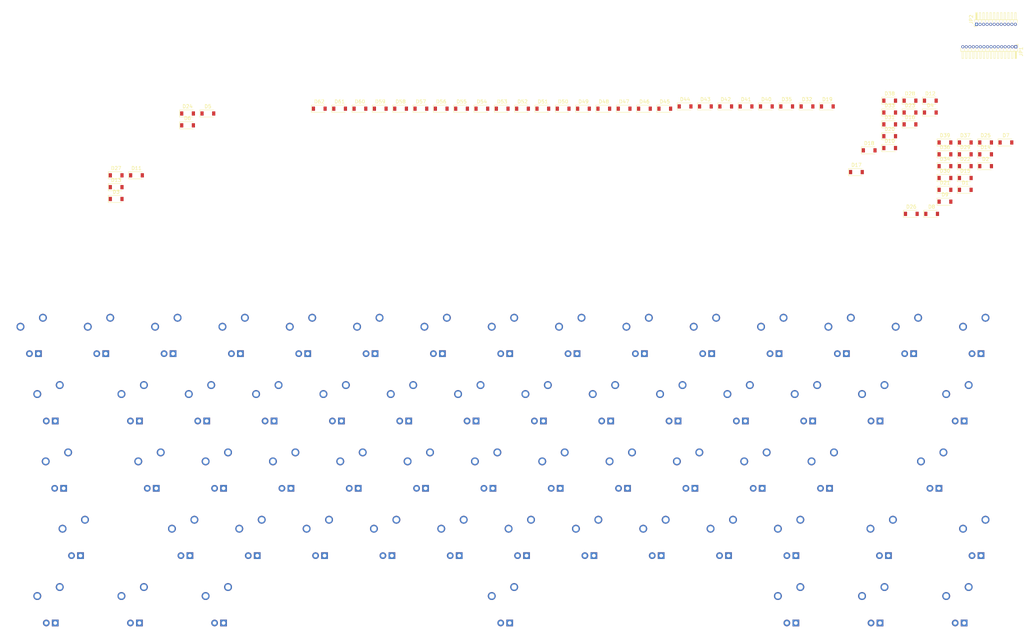
<source format=kicad_pcb>
(kicad_pcb (version 20171130) (host pcbnew "(5.1.4-0)")
  (layers (0 F.Cu signal) (31 B.Cu signal) (34 B.Paste user) (35 F.Paste user) (36 B.SilkS user) (37 F.SilkS user) (38 B.Mask user) (39 F.Mask user) (44 Edge.Cuts user))
  (net 0 "")
  (net 1 B6)
  (net 2 "Net-(D1-Pad2)")
  (net 3 B5)
  (net 4 "Net-(D2-Pad2)")
  (net 5 D7)
  (net 6 "Net-(D3-Pad2)")
  (net 7 C6)
  (net 8 "Net-(D4-Pad2)")
  (net 9 D0)
  (net 10 "Net-(D5-Pad2)")
  (net 11 D1)
  (net 12 "Net-(D6-Pad2)")
  (net 13 "Net-(D7-Pad2)")
  (net 14 "Net-(D8-Pad2)")
  (net 15 "Net-(D9-Pad2)")
  (net 16 "Net-(D10-Pad2)")
  (net 17 "Net-(D11-Pad2)")
  (net 18 "Net-(D12-Pad2)")
  (net 19 "Net-(D13-Pad2)")
  (net 20 "Net-(D14-Pad2)")
  (net 21 "Net-(D15-Pad2)")
  (net 22 "Net-(D16-Pad2)")
  (net 23 "Net-(D17-Pad2)")
  (net 24 "Net-(D18-Pad2)")
  (net 25 "Net-(D19-Pad2)")
  (net 26 "Net-(D20-Pad2)")
  (net 27 "Net-(D21-Pad2)")
  (net 28 "Net-(D22-Pad2)")
  (net 29 "Net-(D23-Pad2)")
  (net 30 "Net-(D24-Pad2)")
  (net 31 "Net-(D25-Pad2)")
  (net 32 "Net-(D26-Pad2)")
  (net 33 "Net-(D27-Pad2)")
  (net 34 "Net-(D28-Pad2)")
  (net 35 "Net-(D29-Pad2)")
  (net 36 "Net-(D30-Pad2)")
  (net 37 "Net-(D31-Pad2)")
  (net 38 "Net-(D32-Pad2)")
  (net 39 "Net-(D33-Pad2)")
  (net 40 "Net-(D34-Pad2)")
  (net 41 "Net-(D35-Pad2)")
  (net 42 "Net-(D36-Pad2)")
  (net 43 "Net-(D37-Pad2)")
  (net 44 "Net-(D38-Pad2)")
  (net 45 "Net-(D39-Pad2)")
  (net 46 "Net-(D40-Pad2)")
  (net 47 "Net-(D41-Pad2)")
  (net 48 "Net-(D42-Pad2)")
  (net 49 "Net-(D43-Pad2)")
  (net 50 "Net-(D44-Pad2)")
  (net 51 "Net-(D45-Pad2)")
  (net 52 "Net-(D46-Pad2)")
  (net 53 "Net-(D47-Pad2)")
  (net 54 "Net-(D48-Pad2)")
  (net 55 "Net-(D49-Pad2)")
  (net 56 "Net-(D50-Pad2)")
  (net 57 "Net-(D51-Pad2)")
  (net 58 "Net-(D52-Pad2)")
  (net 59 "Net-(D53-Pad2)")
  (net 60 "Net-(D54-Pad2)")
  (net 61 "Net-(D55-Pad2)")
  (net 62 "Net-(D56-Pad2)")
  (net 63 "Net-(D57-Pad2)")
  (net 64 "Net-(D58-Pad2)")
  (net 65 "Net-(D59-Pad2)")
  (net 66 "Net-(D60-Pad2)")
  (net 67 "Net-(D61-Pad2)")
  (net 68 "Net-(D62-Pad2)")
  (net 69 D3)
  (net 70 D2)
  (net 71 F0)
  (net 72 F1)
  (net 73 F4)
  (net 74 F5)
  (net 75 F6)
  (net 76 F7)
  (net 77 C7)
  (net 78 D6)
  (net 79 B7)
  (module MX_Only:MXOnly-1.5U (layer F.Cu) (at 192.0875 141.2875)
    (fp_text reference MX4A1)
    (fp_text value MX-NoLED)
    (pad "" np_thru_hole circle (at 5.08 0 48.0996) (size 1.75 1.75) (drill 1.75) (layers *.Cu *.Mask))
    (pad "" np_thru_hole circle (at -5.08 0 48.0996) (size 1.75 1.75) (drill 1.75) (layers *.Cu *.Mask))
    (pad 4 thru_hole rect (at 1.27 5.08) (size 1.905 1.905) (drill 1.04) (layers *.Cu B.Mask))
    (pad 3 thru_hole circle (at -1.27 5.08) (size 1.905 1.905) (drill 1.04) (layers *.Cu B.Mask))
    (pad 1 thru_hole circle (at -3.81 -2.54) (size 2.25 2.25) (drill 1.47) (layers *.Cu B.Mask) (net 79 B7))
    (pad "" np_thru_hole circle (at 0 0) (size 3.9878 3.9878) (drill 3.9878) (layers *.Cu *.Mask))
    (pad 2 thru_hole circle (at 2.54 -5.08) (size 2.25 2.25) (drill 1.47) (layers *.Cu B.Mask) (net 67 "Net-(D61-Pad2)"))
  )
  (module MX_Only:MXOnly-1U (layer F.Cu) (at 196.85 122.2375)
    (fp_text reference MX5A1)
    (fp_text value MX-NoLED)
    (pad "" np_thru_hole circle (at 5.08 0 48.0996) (size 1.75 1.75) (drill 1.75) (layers *.Cu *.Mask))
    (pad "" np_thru_hole circle (at -5.08 0 48.0996) (size 1.75 1.75) (drill 1.75) (layers *.Cu *.Mask))
    (pad 4 thru_hole rect (at 1.27 5.08) (size 1.905 1.905) (drill 1.04) (layers *.Cu B.Mask))
    (pad 3 thru_hole circle (at -1.27 5.08) (size 1.905 1.905) (drill 1.04) (layers *.Cu B.Mask))
    (pad 1 thru_hole circle (at -3.81 -2.54) (size 2.25 2.25) (drill 1.47) (layers *.Cu B.Mask) (net 79 B7))
    (pad "" np_thru_hole circle (at 0 0) (size 3.9878 3.9878) (drill 3.9878) (layers *.Cu *.Mask))
    (pad 2 thru_hole circle (at 2.54 -5.08) (size 2.25 2.25) (drill 1.47) (layers *.Cu B.Mask) (net 68 "Net-(D62-Pad2)"))
  )
  (module MX_Only:MXOnly-1U (layer F.Cu) (at 144.4625 122.2375)
    (fp_text reference MX3A1)
    (fp_text value MX-NoLED)
    (pad "" np_thru_hole circle (at 5.08 0 48.0996) (size 1.75 1.75) (drill 1.75) (layers *.Cu *.Mask))
    (pad "" np_thru_hole circle (at -5.08 0 48.0996) (size 1.75 1.75) (drill 1.75) (layers *.Cu *.Mask))
    (pad 4 thru_hole rect (at 1.27 5.08) (size 1.905 1.905) (drill 1.04) (layers *.Cu B.Mask))
    (pad 3 thru_hole circle (at -1.27 5.08) (size 1.905 1.905) (drill 1.04) (layers *.Cu B.Mask))
    (pad 1 thru_hole circle (at -3.81 -2.54) (size 2.25 2.25) (drill 1.47) (layers *.Cu B.Mask) (net 79 B7))
    (pad "" np_thru_hole circle (at 0 0) (size 3.9878 3.9878) (drill 3.9878) (layers *.Cu *.Mask))
    (pad 2 thru_hole circle (at 2.54 -5.08) (size 2.25 2.25) (drill 1.47) (layers *.Cu B.Mask) (net 66 "Net-(D60-Pad2)"))
  )
  (module MX_Only:MXOnly-1U (layer F.Cu) (at 134.9375 103.1875)
    (fp_text reference MX2A1)
    (fp_text value MX-NoLED)
    (pad "" np_thru_hole circle (at 5.08 0 48.0996) (size 1.75 1.75) (drill 1.75) (layers *.Cu *.Mask))
    (pad "" np_thru_hole circle (at -5.08 0 48.0996) (size 1.75 1.75) (drill 1.75) (layers *.Cu *.Mask))
    (pad 4 thru_hole rect (at 1.27 5.08) (size 1.905 1.905) (drill 1.04) (layers *.Cu B.Mask))
    (pad 3 thru_hole circle (at -1.27 5.08) (size 1.905 1.905) (drill 1.04) (layers *.Cu B.Mask))
    (pad 1 thru_hole circle (at -3.81 -2.54) (size 2.25 2.25) (drill 1.47) (layers *.Cu B.Mask) (net 79 B7))
    (pad "" np_thru_hole circle (at 0 0) (size 3.9878 3.9878) (drill 3.9878) (layers *.Cu *.Mask))
    (pad 2 thru_hole circle (at 2.54 -5.08) (size 2.25 2.25) (drill 1.47) (layers *.Cu B.Mask) (net 65 "Net-(D59-Pad2)"))
  )
  (module MX_Only:MXOnly-1U (layer F.Cu) (at 130.175 84.1375)
    (fp_text reference MX1A1)
    (fp_text value MX-NoLED)
    (pad "" np_thru_hole circle (at 5.08 0 48.0996) (size 1.75 1.75) (drill 1.75) (layers *.Cu *.Mask))
    (pad "" np_thru_hole circle (at -5.08 0 48.0996) (size 1.75 1.75) (drill 1.75) (layers *.Cu *.Mask))
    (pad 4 thru_hole rect (at 1.27 5.08) (size 1.905 1.905) (drill 1.04) (layers *.Cu B.Mask))
    (pad 3 thru_hole circle (at -1.27 5.08) (size 1.905 1.905) (drill 1.04) (layers *.Cu B.Mask))
    (pad 1 thru_hole circle (at -3.81 -2.54) (size 2.25 2.25) (drill 1.47) (layers *.Cu B.Mask) (net 79 B7))
    (pad "" np_thru_hole circle (at 0 0) (size 3.9878 3.9878) (drill 3.9878) (layers *.Cu *.Mask))
    (pad 2 thru_hole circle (at 2.54 -5.08) (size 2.25 2.25) (drill 1.47) (layers *.Cu B.Mask) (net 64 "Net-(D58-Pad2)"))
  )
  (module MX_Only:MXOnly-1U (layer F.Cu) (at 120.65 65.0875)
    (fp_text reference MX0A1)
    (fp_text value MX-NoLED)
    (pad "" np_thru_hole circle (at 5.08 0 48.0996) (size 1.75 1.75) (drill 1.75) (layers *.Cu *.Mask))
    (pad "" np_thru_hole circle (at -5.08 0 48.0996) (size 1.75 1.75) (drill 1.75) (layers *.Cu *.Mask))
    (pad 4 thru_hole rect (at 1.27 5.08) (size 1.905 1.905) (drill 1.04) (layers *.Cu B.Mask))
    (pad 3 thru_hole circle (at -1.27 5.08) (size 1.905 1.905) (drill 1.04) (layers *.Cu B.Mask))
    (pad 1 thru_hole circle (at -3.81 -2.54) (size 2.25 2.25) (drill 1.47) (layers *.Cu B.Mask) (net 79 B7))
    (pad "" np_thru_hole circle (at 0 0) (size 3.9878 3.9878) (drill 3.9878) (layers *.Cu *.Mask))
    (pad 2 thru_hole circle (at 2.54 -5.08) (size 2.25 2.25) (drill 1.47) (layers *.Cu B.Mask) (net 63 "Net-(D57-Pad2)"))
  )
  (module MX_Only:MXOnly-1.75U (layer F.Cu) (at 170.65625 122.2375)
    (fp_text reference MX59)
    (fp_text value MX-NoLED)
    (pad "" np_thru_hole circle (at 5.08 0 48.0996) (size 1.75 1.75) (drill 1.75) (layers *.Cu *.Mask))
    (pad "" np_thru_hole circle (at -5.08 0 48.0996) (size 1.75 1.75) (drill 1.75) (layers *.Cu *.Mask))
    (pad 4 thru_hole rect (at 1.27 5.08) (size 1.905 1.905) (drill 1.04) (layers *.Cu B.Mask))
    (pad 3 thru_hole circle (at -1.27 5.08) (size 1.905 1.905) (drill 1.04) (layers *.Cu B.Mask))
    (pad 1 thru_hole circle (at -3.81 -2.54) (size 2.25 2.25) (drill 1.47) (layers *.Cu B.Mask) (net 78 D6))
    (pad "" np_thru_hole circle (at 0 0) (size 3.9878 3.9878) (drill 3.9878) (layers *.Cu *.Mask))
    (pad 2 thru_hole circle (at 2.54 -5.08) (size 2.25 2.25) (drill 1.47) (layers *.Cu B.Mask) (net 62 "Net-(D56-Pad2)"))
  )
  (module MX_Only:MXOnly-2.25U (layer F.Cu) (at 184.94375 103.1875)
    (fp_text reference MX58)
    (fp_text value MX-NoLED)
    (pad "" np_thru_hole circle (at 11.938 8.255) (size 3.9878 3.9878) (drill 3.9878) (layers *.Cu *.Mask))
    (pad "" np_thru_hole circle (at -11.938 8.255) (size 3.9878 3.9878) (drill 3.9878) (layers *.Cu *.Mask))
    (pad "" np_thru_hole circle (at 11.938 -6.985) (size 3.048 3.048) (drill 3.048) (layers *.Cu *.Mask))
    (pad "" np_thru_hole circle (at -11.938 -6.985) (size 3.048 3.048) (drill 3.048) (layers *.Cu *.Mask))
    (pad "" np_thru_hole circle (at 5.08 0 48.0996) (size 1.75 1.75) (drill 1.75) (layers *.Cu *.Mask))
    (pad "" np_thru_hole circle (at -5.08 0 48.0996) (size 1.75 1.75) (drill 1.75) (layers *.Cu *.Mask))
    (pad 4 thru_hole rect (at 1.27 5.08) (size 1.905 1.905) (drill 1.04) (layers *.Cu B.Mask))
    (pad 3 thru_hole circle (at -1.27 5.08) (size 1.905 1.905) (drill 1.04) (layers *.Cu B.Mask))
    (pad 1 thru_hole circle (at -3.81 -2.54) (size 2.25 2.25) (drill 1.47) (layers *.Cu B.Mask) (net 77 C7))
    (pad "" np_thru_hole circle (at 0 0) (size 3.9878 3.9878) (drill 3.9878) (layers *.Cu *.Mask))
    (pad 2 thru_hole circle (at 2.54 -5.08) (size 2.25 2.25) (drill 1.47) (layers *.Cu B.Mask) (net 56 "Net-(D50-Pad2)"))
  )
  (module MX_Only:MXOnly-1U (layer F.Cu) (at 153.9875 103.1875)
    (fp_text reference MX57)
    (fp_text value MX-NoLED)
    (pad "" np_thru_hole circle (at 5.08 0 48.0996) (size 1.75 1.75) (drill 1.75) (layers *.Cu *.Mask))
    (pad "" np_thru_hole circle (at -5.08 0 48.0996) (size 1.75 1.75) (drill 1.75) (layers *.Cu *.Mask))
    (pad 4 thru_hole rect (at 1.27 5.08) (size 1.905 1.905) (drill 1.04) (layers *.Cu B.Mask))
    (pad 3 thru_hole circle (at -1.27 5.08) (size 1.905 1.905) (drill 1.04) (layers *.Cu B.Mask))
    (pad 1 thru_hole circle (at -3.81 -2.54) (size 2.25 2.25) (drill 1.47) (layers *.Cu B.Mask) (net 69 D3))
    (pad "" np_thru_hole circle (at 0 0) (size 3.9878 3.9878) (drill 3.9878) (layers *.Cu *.Mask))
    (pad 2 thru_hole circle (at 2.54 -5.08) (size 2.25 2.25) (drill 1.47) (layers *.Cu B.Mask) (net 50 "Net-(D44-Pad2)"))
  )
  (module MX_Only:MXOnly-1.5U (layer F.Cu) (at 192.0875 84.1375)
    (fp_text reference MX56)
    (fp_text value MX-NoLED)
    (pad "" np_thru_hole circle (at 5.08 0 48.0996) (size 1.75 1.75) (drill 1.75) (layers *.Cu *.Mask))
    (pad "" np_thru_hole circle (at -5.08 0 48.0996) (size 1.75 1.75) (drill 1.75) (layers *.Cu *.Mask))
    (pad 4 thru_hole rect (at 1.27 5.08) (size 1.905 1.905) (drill 1.04) (layers *.Cu B.Mask))
    (pad 3 thru_hole circle (at -1.27 5.08) (size 1.905 1.905) (drill 1.04) (layers *.Cu B.Mask))
    (pad 1 thru_hole circle (at -3.81 -2.54) (size 2.25 2.25) (drill 1.47) (layers *.Cu B.Mask) (net 70 D2))
    (pad "" np_thru_hole circle (at 0 0) (size 3.9878 3.9878) (drill 3.9878) (layers *.Cu *.Mask))
    (pad 2 thru_hole circle (at 2.54 -5.08) (size 2.25 2.25) (drill 1.47) (layers *.Cu B.Mask) (net 45 "Net-(D39-Pad2)"))
  )
  (module MX_Only:MXOnly-1U (layer F.Cu) (at 168.275 84.1375)
    (fp_text reference MX55)
    (fp_text value MX-NoLED)
    (pad "" np_thru_hole circle (at 5.08 0 48.0996) (size 1.75 1.75) (drill 1.75) (layers *.Cu *.Mask))
    (pad "" np_thru_hole circle (at -5.08 0 48.0996) (size 1.75 1.75) (drill 1.75) (layers *.Cu *.Mask))
    (pad 4 thru_hole rect (at 1.27 5.08) (size 1.905 1.905) (drill 1.04) (layers *.Cu B.Mask))
    (pad 3 thru_hole circle (at -1.27 5.08) (size 1.905 1.905) (drill 1.04) (layers *.Cu B.Mask))
    (pad 1 thru_hole circle (at -3.81 -2.54) (size 2.25 2.25) (drill 1.47) (layers *.Cu B.Mask) (net 71 F0))
    (pad "" np_thru_hole circle (at 0 0) (size 3.9878 3.9878) (drill 3.9878) (layers *.Cu *.Mask))
    (pad 2 thru_hole circle (at 2.54 -5.08) (size 2.25 2.25) (drill 1.47) (layers *.Cu B.Mask) (net 40 "Net-(D34-Pad2)"))
  )
  (module MX_Only:MXOnly-1U (layer F.Cu) (at 149.225 84.1375)
    (fp_text reference MX54)
    (fp_text value MX-NoLED)
    (pad "" np_thru_hole circle (at 5.08 0 48.0996) (size 1.75 1.75) (drill 1.75) (layers *.Cu *.Mask))
    (pad "" np_thru_hole circle (at -5.08 0 48.0996) (size 1.75 1.75) (drill 1.75) (layers *.Cu *.Mask))
    (pad 4 thru_hole rect (at 1.27 5.08) (size 1.905 1.905) (drill 1.04) (layers *.Cu B.Mask))
    (pad 3 thru_hole circle (at -1.27 5.08) (size 1.905 1.905) (drill 1.04) (layers *.Cu B.Mask))
    (pad 1 thru_hole circle (at -3.81 -2.54) (size 2.25 2.25) (drill 1.47) (layers *.Cu B.Mask) (net 72 F1))
    (pad "" np_thru_hole circle (at 0 0) (size 3.9878 3.9878) (drill 3.9878) (layers *.Cu *.Mask))
    (pad 2 thru_hole circle (at 2.54 -5.08) (size 2.25 2.25) (drill 1.47) (layers *.Cu B.Mask) (net 34 "Net-(D28-Pad2)"))
  )
  (module MX_Only:MXOnly-1U (layer F.Cu) (at 196.85 65.0875)
    (fp_text reference MX53)
    (fp_text value MX-NoLED)
    (pad "" np_thru_hole circle (at 5.08 0 48.0996) (size 1.75 1.75) (drill 1.75) (layers *.Cu *.Mask))
    (pad "" np_thru_hole circle (at -5.08 0 48.0996) (size 1.75 1.75) (drill 1.75) (layers *.Cu *.Mask))
    (pad 4 thru_hole rect (at 1.27 5.08) (size 1.905 1.905) (drill 1.04) (layers *.Cu B.Mask))
    (pad 3 thru_hole circle (at -1.27 5.08) (size 1.905 1.905) (drill 1.04) (layers *.Cu B.Mask))
    (pad 1 thru_hole circle (at -3.81 -2.54) (size 2.25 2.25) (drill 1.47) (layers *.Cu B.Mask) (net 73 F4))
    (pad "" np_thru_hole circle (at 0 0) (size 3.9878 3.9878) (drill 3.9878) (layers *.Cu *.Mask))
    (pad 2 thru_hole circle (at 2.54 -5.08) (size 2.25 2.25) (drill 1.47) (layers *.Cu B.Mask) (net 29 "Net-(D23-Pad2)"))
  )
  (module MX_Only:MXOnly-1U (layer F.Cu) (at 177.8 65.0875)
    (fp_text reference MX52)
    (fp_text value MX-NoLED)
    (pad "" np_thru_hole circle (at 5.08 0 48.0996) (size 1.75 1.75) (drill 1.75) (layers *.Cu *.Mask))
    (pad "" np_thru_hole circle (at -5.08 0 48.0996) (size 1.75 1.75) (drill 1.75) (layers *.Cu *.Mask))
    (pad 4 thru_hole rect (at 1.27 5.08) (size 1.905 1.905) (drill 1.04) (layers *.Cu B.Mask))
    (pad 3 thru_hole circle (at -1.27 5.08) (size 1.905 1.905) (drill 1.04) (layers *.Cu B.Mask))
    (pad 1 thru_hole circle (at -3.81 -2.54) (size 2.25 2.25) (drill 1.47) (layers *.Cu B.Mask) (net 74 F5))
    (pad "" np_thru_hole circle (at 0 0) (size 3.9878 3.9878) (drill 3.9878) (layers *.Cu *.Mask))
    (pad 2 thru_hole circle (at 2.54 -5.08) (size 2.25 2.25) (drill 1.47) (layers *.Cu B.Mask) (net 24 "Net-(D18-Pad2)"))
  )
  (module MX_Only:MXOnly-1U (layer F.Cu) (at 158.75 65.0875)
    (fp_text reference MX51)
    (fp_text value MX-NoLED)
    (pad "" np_thru_hole circle (at 5.08 0 48.0996) (size 1.75 1.75) (drill 1.75) (layers *.Cu *.Mask))
    (pad "" np_thru_hole circle (at -5.08 0 48.0996) (size 1.75 1.75) (drill 1.75) (layers *.Cu *.Mask))
    (pad 4 thru_hole rect (at 1.27 5.08) (size 1.905 1.905) (drill 1.04) (layers *.Cu B.Mask))
    (pad 3 thru_hole circle (at -1.27 5.08) (size 1.905 1.905) (drill 1.04) (layers *.Cu B.Mask))
    (pad 1 thru_hole circle (at -3.81 -2.54) (size 2.25 2.25) (drill 1.47) (layers *.Cu B.Mask) (net 75 F6))
    (pad "" np_thru_hole circle (at 0 0) (size 3.9878 3.9878) (drill 3.9878) (layers *.Cu *.Mask))
    (pad 2 thru_hole circle (at 2.54 -5.08) (size 2.25 2.25) (drill 1.47) (layers *.Cu B.Mask) (net 18 "Net-(D12-Pad2)"))
  )
  (module MX_Only:MXOnly-1U (layer F.Cu) (at 139.7 65.0875)
    (fp_text reference MX50)
    (fp_text value MX-NoLED)
    (pad "" np_thru_hole circle (at 5.08 0 48.0996) (size 1.75 1.75) (drill 1.75) (layers *.Cu *.Mask))
    (pad "" np_thru_hole circle (at -5.08 0 48.0996) (size 1.75 1.75) (drill 1.75) (layers *.Cu *.Mask))
    (pad 4 thru_hole rect (at 1.27 5.08) (size 1.905 1.905) (drill 1.04) (layers *.Cu B.Mask))
    (pad 3 thru_hole circle (at -1.27 5.08) (size 1.905 1.905) (drill 1.04) (layers *.Cu B.Mask))
    (pad 1 thru_hole circle (at -3.81 -2.54) (size 2.25 2.25) (drill 1.47) (layers *.Cu B.Mask) (net 76 F7))
    (pad "" np_thru_hole circle (at 0 0) (size 3.9878 3.9878) (drill 3.9878) (layers *.Cu *.Mask))
    (pad 2 thru_hole circle (at 2.54 -5.08) (size 2.25 2.25) (drill 1.47) (layers *.Cu B.Mask) (net 12 "Net-(D6-Pad2)"))
  )
  (module MX_Only:MXOnly-1U (layer F.Cu) (at 168.275 141.2875)
    (fp_text reference MX49)
    (fp_text value MX-NoLED)
    (pad "" np_thru_hole circle (at 5.08 0 48.0996) (size 1.75 1.75) (drill 1.75) (layers *.Cu *.Mask))
    (pad "" np_thru_hole circle (at -5.08 0 48.0996) (size 1.75 1.75) (drill 1.75) (layers *.Cu *.Mask))
    (pad 4 thru_hole rect (at 1.27 5.08) (size 1.905 1.905) (drill 1.04) (layers *.Cu B.Mask))
    (pad 3 thru_hole circle (at -1.27 5.08) (size 1.905 1.905) (drill 1.04) (layers *.Cu B.Mask))
    (pad 1 thru_hole circle (at -3.81 -2.54) (size 2.25 2.25) (drill 1.47) (layers *.Cu B.Mask) (net 78 D6))
    (pad "" np_thru_hole circle (at 0 0) (size 3.9878 3.9878) (drill 3.9878) (layers *.Cu *.Mask))
    (pad 2 thru_hole circle (at 2.54 -5.08) (size 2.25 2.25) (drill 1.47) (layers *.Cu B.Mask) (net 61 "Net-(D55-Pad2)"))
  )
  (module MX_Only:MXOnly-1.5U (layer F.Cu) (at 144.4625 141.2875)
    (fp_text reference MX48)
    (fp_text value MX-NoLED)
    (pad "" np_thru_hole circle (at 5.08 0 48.0996) (size 1.75 1.75) (drill 1.75) (layers *.Cu *.Mask))
    (pad "" np_thru_hole circle (at -5.08 0 48.0996) (size 1.75 1.75) (drill 1.75) (layers *.Cu *.Mask))
    (pad 4 thru_hole rect (at 1.27 5.08) (size 1.905 1.905) (drill 1.04) (layers *.Cu B.Mask))
    (pad 3 thru_hole circle (at -1.27 5.08) (size 1.905 1.905) (drill 1.04) (layers *.Cu B.Mask))
    (pad 1 thru_hole circle (at -3.81 -2.54) (size 2.25 2.25) (drill 1.47) (layers *.Cu B.Mask) (net 77 C7))
    (pad "" np_thru_hole circle (at 0 0) (size 3.9878 3.9878) (drill 3.9878) (layers *.Cu *.Mask))
    (pad 2 thru_hole circle (at 2.54 -5.08) (size 2.25 2.25) (drill 1.47) (layers *.Cu B.Mask) (net 55 "Net-(D49-Pad2)"))
  )
  (module MX_Only:MXOnly-7U (layer F.Cu) (at 63.5 141.2875)
    (fp_text reference MX45)
    (fp_text value MX-NoLED)
    (pad "" np_thru_hole circle (at 57.15 8.255) (size 3.9878 3.9878) (drill 3.9878) (layers *.Cu *.Mask))
    (pad "" np_thru_hole circle (at -57.15 8.255) (size 3.9878 3.9878) (drill 3.9878) (layers *.Cu *.Mask))
    (pad "" np_thru_hole circle (at 57.15 -6.985) (size 3.048 3.048) (drill 3.048) (layers *.Cu *.Mask))
    (pad "" np_thru_hole circle (at -57.15 -6.985) (size 3.048 3.048) (drill 3.048) (layers *.Cu *.Mask))
    (pad "" np_thru_hole circle (at 5.08 0 48.0996) (size 1.75 1.75) (drill 1.75) (layers *.Cu *.Mask))
    (pad "" np_thru_hole circle (at -5.08 0 48.0996) (size 1.75 1.75) (drill 1.75) (layers *.Cu *.Mask))
    (pad 4 thru_hole rect (at 1.27 5.08) (size 1.905 1.905) (drill 1.04) (layers *.Cu B.Mask))
    (pad 3 thru_hole circle (at -1.27 5.08) (size 1.905 1.905) (drill 1.04) (layers *.Cu B.Mask))
    (pad 1 thru_hole circle (at -3.81 -2.54) (size 2.25 2.25) (drill 1.47) (layers *.Cu B.Mask) (net 71 F0))
    (pad "" np_thru_hole circle (at 0 0) (size 3.9878 3.9878) (drill 3.9878) (layers *.Cu *.Mask))
    (pad 2 thru_hole circle (at 2.54 -5.08) (size 2.25 2.25) (drill 1.47) (layers *.Cu B.Mask) (net 39 "Net-(D33-Pad2)"))
  )
  (module MX_Only:MXOnly-1.5U (layer F.Cu) (at -17.4625 141.2875)
    (fp_text reference MX42)
    (fp_text value MX-NoLED)
    (pad "" np_thru_hole circle (at 5.08 0 48.0996) (size 1.75 1.75) (drill 1.75) (layers *.Cu *.Mask))
    (pad "" np_thru_hole circle (at -5.08 0 48.0996) (size 1.75 1.75) (drill 1.75) (layers *.Cu *.Mask))
    (pad 4 thru_hole rect (at 1.27 5.08) (size 1.905 1.905) (drill 1.04) (layers *.Cu B.Mask))
    (pad 3 thru_hole circle (at -1.27 5.08) (size 1.905 1.905) (drill 1.04) (layers *.Cu B.Mask))
    (pad 1 thru_hole circle (at -3.81 -2.54) (size 2.25 2.25) (drill 1.47) (layers *.Cu B.Mask) (net 74 F5))
    (pad "" np_thru_hole circle (at 0 0) (size 3.9878 3.9878) (drill 3.9878) (layers *.Cu *.Mask))
    (pad 2 thru_hole circle (at 2.54 -5.08) (size 2.25 2.25) (drill 1.47) (layers *.Cu B.Mask) (net 23 "Net-(D17-Pad2)"))
  )
  (module MX_Only:MXOnly-1U (layer F.Cu) (at -41.275 141.2875)
    (fp_text reference MX41)
    (fp_text value MX-NoLED)
    (pad "" np_thru_hole circle (at 5.08 0 48.0996) (size 1.75 1.75) (drill 1.75) (layers *.Cu *.Mask))
    (pad "" np_thru_hole circle (at -5.08 0 48.0996) (size 1.75 1.75) (drill 1.75) (layers *.Cu *.Mask))
    (pad 4 thru_hole rect (at 1.27 5.08) (size 1.905 1.905) (drill 1.04) (layers *.Cu B.Mask))
    (pad 3 thru_hole circle (at -1.27 5.08) (size 1.905 1.905) (drill 1.04) (layers *.Cu B.Mask))
    (pad 1 thru_hole circle (at -3.81 -2.54) (size 2.25 2.25) (drill 1.47) (layers *.Cu B.Mask) (net 75 F6))
    (pad "" np_thru_hole circle (at 0 0) (size 3.9878 3.9878) (drill 3.9878) (layers *.Cu *.Mask))
    (pad 2 thru_hole circle (at 2.54 -5.08) (size 2.25 2.25) (drill 1.47) (layers *.Cu B.Mask) (net 17 "Net-(D11-Pad2)"))
  )
  (module MX_Only:MXOnly-1.5U (layer F.Cu) (at -65.0875 141.2875)
    (fp_text reference MX40)
    (fp_text value MX-NoLED)
    (pad "" np_thru_hole circle (at 5.08 0 48.0996) (size 1.75 1.75) (drill 1.75) (layers *.Cu *.Mask))
    (pad "" np_thru_hole circle (at -5.08 0 48.0996) (size 1.75 1.75) (drill 1.75) (layers *.Cu *.Mask))
    (pad 4 thru_hole rect (at 1.27 5.08) (size 1.905 1.905) (drill 1.04) (layers *.Cu B.Mask))
    (pad 3 thru_hole circle (at -1.27 5.08) (size 1.905 1.905) (drill 1.04) (layers *.Cu B.Mask))
    (pad 1 thru_hole circle (at -3.81 -2.54) (size 2.25 2.25) (drill 1.47) (layers *.Cu B.Mask) (net 76 F7))
    (pad "" np_thru_hole circle (at 0 0) (size 3.9878 3.9878) (drill 3.9878) (layers *.Cu *.Mask))
    (pad 2 thru_hole circle (at 2.54 -5.08) (size 2.25 2.25) (drill 1.47) (layers *.Cu B.Mask) (net 10 "Net-(D5-Pad2)"))
  )
  (module MX_Only:MXOnly-1U (layer F.Cu) (at 125.4125 122.2375)
    (fp_text reference MX39)
    (fp_text value MX-NoLED)
    (pad "" np_thru_hole circle (at 5.08 0 48.0996) (size 1.75 1.75) (drill 1.75) (layers *.Cu *.Mask))
    (pad "" np_thru_hole circle (at -5.08 0 48.0996) (size 1.75 1.75) (drill 1.75) (layers *.Cu *.Mask))
    (pad 4 thru_hole rect (at 1.27 5.08) (size 1.905 1.905) (drill 1.04) (layers *.Cu B.Mask))
    (pad 3 thru_hole circle (at -1.27 5.08) (size 1.905 1.905) (drill 1.04) (layers *.Cu B.Mask))
    (pad 1 thru_hole circle (at -3.81 -2.54) (size 2.25 2.25) (drill 1.47) (layers *.Cu B.Mask) (net 78 D6))
    (pad "" np_thru_hole circle (at 0 0) (size 3.9878 3.9878) (drill 3.9878) (layers *.Cu *.Mask))
    (pad 2 thru_hole circle (at 2.54 -5.08) (size 2.25 2.25) (drill 1.47) (layers *.Cu B.Mask) (net 60 "Net-(D54-Pad2)"))
  )
  (module MX_Only:MXOnly-1U (layer F.Cu) (at 106.3625 122.2375)
    (fp_text reference MX38)
    (fp_text value MX-NoLED)
    (pad "" np_thru_hole circle (at 5.08 0 48.0996) (size 1.75 1.75) (drill 1.75) (layers *.Cu *.Mask))
    (pad "" np_thru_hole circle (at -5.08 0 48.0996) (size 1.75 1.75) (drill 1.75) (layers *.Cu *.Mask))
    (pad 4 thru_hole rect (at 1.27 5.08) (size 1.905 1.905) (drill 1.04) (layers *.Cu B.Mask))
    (pad 3 thru_hole circle (at -1.27 5.08) (size 1.905 1.905) (drill 1.04) (layers *.Cu B.Mask))
    (pad 1 thru_hole circle (at -3.81 -2.54) (size 2.25 2.25) (drill 1.47) (layers *.Cu B.Mask) (net 77 C7))
    (pad "" np_thru_hole circle (at 0 0) (size 3.9878 3.9878) (drill 3.9878) (layers *.Cu *.Mask))
    (pad 2 thru_hole circle (at 2.54 -5.08) (size 2.25 2.25) (drill 1.47) (layers *.Cu B.Mask) (net 54 "Net-(D48-Pad2)"))
  )
  (module MX_Only:MXOnly-1U (layer F.Cu) (at 87.3125 122.2375)
    (fp_text reference MX37)
    (fp_text value MX-NoLED)
    (pad "" np_thru_hole circle (at 5.08 0 48.0996) (size 1.75 1.75) (drill 1.75) (layers *.Cu *.Mask))
    (pad "" np_thru_hole circle (at -5.08 0 48.0996) (size 1.75 1.75) (drill 1.75) (layers *.Cu *.Mask))
    (pad 4 thru_hole rect (at 1.27 5.08) (size 1.905 1.905) (drill 1.04) (layers *.Cu B.Mask))
    (pad 3 thru_hole circle (at -1.27 5.08) (size 1.905 1.905) (drill 1.04) (layers *.Cu B.Mask))
    (pad 1 thru_hole circle (at -3.81 -2.54) (size 2.25 2.25) (drill 1.47) (layers *.Cu B.Mask) (net 69 D3))
    (pad "" np_thru_hole circle (at 0 0) (size 3.9878 3.9878) (drill 3.9878) (layers *.Cu *.Mask))
    (pad 2 thru_hole circle (at 2.54 -5.08) (size 2.25 2.25) (drill 1.47) (layers *.Cu B.Mask) (net 49 "Net-(D43-Pad2)"))
  )
  (module MX_Only:MXOnly-1U (layer F.Cu) (at 68.2625 122.2375)
    (fp_text reference MX36)
    (fp_text value MX-NoLED)
    (pad "" np_thru_hole circle (at 5.08 0 48.0996) (size 1.75 1.75) (drill 1.75) (layers *.Cu *.Mask))
    (pad "" np_thru_hole circle (at -5.08 0 48.0996) (size 1.75 1.75) (drill 1.75) (layers *.Cu *.Mask))
    (pad 4 thru_hole rect (at 1.27 5.08) (size 1.905 1.905) (drill 1.04) (layers *.Cu B.Mask))
    (pad 3 thru_hole circle (at -1.27 5.08) (size 1.905 1.905) (drill 1.04) (layers *.Cu B.Mask))
    (pad 1 thru_hole circle (at -3.81 -2.54) (size 2.25 2.25) (drill 1.47) (layers *.Cu B.Mask) (net 70 D2))
    (pad "" np_thru_hole circle (at 0 0) (size 3.9878 3.9878) (drill 3.9878) (layers *.Cu *.Mask))
    (pad 2 thru_hole circle (at 2.54 -5.08) (size 2.25 2.25) (drill 1.47) (layers *.Cu B.Mask) (net 44 "Net-(D38-Pad2)"))
  )
  (module MX_Only:MXOnly-1U (layer F.Cu) (at 49.2125 122.2375)
    (fp_text reference MX35)
    (fp_text value MX-NoLED)
    (pad "" np_thru_hole circle (at 5.08 0 48.0996) (size 1.75 1.75) (drill 1.75) (layers *.Cu *.Mask))
    (pad "" np_thru_hole circle (at -5.08 0 48.0996) (size 1.75 1.75) (drill 1.75) (layers *.Cu *.Mask))
    (pad 4 thru_hole rect (at 1.27 5.08) (size 1.905 1.905) (drill 1.04) (layers *.Cu B.Mask))
    (pad 3 thru_hole circle (at -1.27 5.08) (size 1.905 1.905) (drill 1.04) (layers *.Cu B.Mask))
    (pad 1 thru_hole circle (at -3.81 -2.54) (size 2.25 2.25) (drill 1.47) (layers *.Cu B.Mask) (net 71 F0))
    (pad "" np_thru_hole circle (at 0 0) (size 3.9878 3.9878) (drill 3.9878) (layers *.Cu *.Mask))
    (pad 2 thru_hole circle (at 2.54 -5.08) (size 2.25 2.25) (drill 1.47) (layers *.Cu B.Mask) (net 38 "Net-(D32-Pad2)"))
  )
  (module MX_Only:MXOnly-1U (layer F.Cu) (at 30.1625 122.2375)
    (fp_text reference MX34)
    (fp_text value MX-NoLED)
    (pad "" np_thru_hole circle (at 5.08 0 48.0996) (size 1.75 1.75) (drill 1.75) (layers *.Cu *.Mask))
    (pad "" np_thru_hole circle (at -5.08 0 48.0996) (size 1.75 1.75) (drill 1.75) (layers *.Cu *.Mask))
    (pad 4 thru_hole rect (at 1.27 5.08) (size 1.905 1.905) (drill 1.04) (layers *.Cu B.Mask))
    (pad 3 thru_hole circle (at -1.27 5.08) (size 1.905 1.905) (drill 1.04) (layers *.Cu B.Mask))
    (pad 1 thru_hole circle (at -3.81 -2.54) (size 2.25 2.25) (drill 1.47) (layers *.Cu B.Mask) (net 72 F1))
    (pad "" np_thru_hole circle (at 0 0) (size 3.9878 3.9878) (drill 3.9878) (layers *.Cu *.Mask))
    (pad 2 thru_hole circle (at 2.54 -5.08) (size 2.25 2.25) (drill 1.47) (layers *.Cu B.Mask) (net 33 "Net-(D27-Pad2)"))
  )
  (module MX_Only:MXOnly-1U (layer F.Cu) (at 11.1125 122.2375)
    (fp_text reference MX33)
    (fp_text value MX-NoLED)
    (pad "" np_thru_hole circle (at 5.08 0 48.0996) (size 1.75 1.75) (drill 1.75) (layers *.Cu *.Mask))
    (pad "" np_thru_hole circle (at -5.08 0 48.0996) (size 1.75 1.75) (drill 1.75) (layers *.Cu *.Mask))
    (pad 4 thru_hole rect (at 1.27 5.08) (size 1.905 1.905) (drill 1.04) (layers *.Cu B.Mask))
    (pad 3 thru_hole circle (at -1.27 5.08) (size 1.905 1.905) (drill 1.04) (layers *.Cu B.Mask))
    (pad 1 thru_hole circle (at -3.81 -2.54) (size 2.25 2.25) (drill 1.47) (layers *.Cu B.Mask) (net 73 F4))
    (pad "" np_thru_hole circle (at 0 0) (size 3.9878 3.9878) (drill 3.9878) (layers *.Cu *.Mask))
    (pad 2 thru_hole circle (at 2.54 -5.08) (size 2.25 2.25) (drill 1.47) (layers *.Cu B.Mask) (net 28 "Net-(D22-Pad2)"))
  )
  (module MX_Only:MXOnly-1U (layer F.Cu) (at -7.9375 122.2375)
    (fp_text reference MX32)
    (fp_text value MX-NoLED)
    (pad "" np_thru_hole circle (at 5.08 0 48.0996) (size 1.75 1.75) (drill 1.75) (layers *.Cu *.Mask))
    (pad "" np_thru_hole circle (at -5.08 0 48.0996) (size 1.75 1.75) (drill 1.75) (layers *.Cu *.Mask))
    (pad 4 thru_hole rect (at 1.27 5.08) (size 1.905 1.905) (drill 1.04) (layers *.Cu B.Mask))
    (pad 3 thru_hole circle (at -1.27 5.08) (size 1.905 1.905) (drill 1.04) (layers *.Cu B.Mask))
    (pad 1 thru_hole circle (at -3.81 -2.54) (size 2.25 2.25) (drill 1.47) (layers *.Cu B.Mask) (net 74 F5))
    (pad "" np_thru_hole circle (at 0 0) (size 3.9878 3.9878) (drill 3.9878) (layers *.Cu *.Mask))
    (pad 2 thru_hole circle (at 2.54 -5.08) (size 2.25 2.25) (drill 1.47) (layers *.Cu B.Mask) (net 22 "Net-(D16-Pad2)"))
  )
  (module MX_Only:MXOnly-1U (layer F.Cu) (at -26.9875 122.2375)
    (fp_text reference MX31)
    (fp_text value MX-NoLED)
    (pad "" np_thru_hole circle (at 5.08 0 48.0996) (size 1.75 1.75) (drill 1.75) (layers *.Cu *.Mask))
    (pad "" np_thru_hole circle (at -5.08 0 48.0996) (size 1.75 1.75) (drill 1.75) (layers *.Cu *.Mask))
    (pad 4 thru_hole rect (at 1.27 5.08) (size 1.905 1.905) (drill 1.04) (layers *.Cu B.Mask))
    (pad 3 thru_hole circle (at -1.27 5.08) (size 1.905 1.905) (drill 1.04) (layers *.Cu B.Mask))
    (pad 1 thru_hole circle (at -3.81 -2.54) (size 2.25 2.25) (drill 1.47) (layers *.Cu B.Mask) (net 75 F6))
    (pad "" np_thru_hole circle (at 0 0) (size 3.9878 3.9878) (drill 3.9878) (layers *.Cu *.Mask))
    (pad 2 thru_hole circle (at 2.54 -5.08) (size 2.25 2.25) (drill 1.47) (layers *.Cu B.Mask) (net 16 "Net-(D10-Pad2)"))
  )
  (module MX_Only:MXOnly-2.25U (layer F.Cu) (at -57.94375 122.2375)
    (fp_text reference MX30)
    (fp_text value MX-NoLED)
    (pad "" np_thru_hole circle (at 11.938 8.255) (size 3.9878 3.9878) (drill 3.9878) (layers *.Cu *.Mask))
    (pad "" np_thru_hole circle (at -11.938 8.255) (size 3.9878 3.9878) (drill 3.9878) (layers *.Cu *.Mask))
    (pad "" np_thru_hole circle (at 11.938 -6.985) (size 3.048 3.048) (drill 3.048) (layers *.Cu *.Mask))
    (pad "" np_thru_hole circle (at -11.938 -6.985) (size 3.048 3.048) (drill 3.048) (layers *.Cu *.Mask))
    (pad "" np_thru_hole circle (at 5.08 0 48.0996) (size 1.75 1.75) (drill 1.75) (layers *.Cu *.Mask))
    (pad "" np_thru_hole circle (at -5.08 0 48.0996) (size 1.75 1.75) (drill 1.75) (layers *.Cu *.Mask))
    (pad 4 thru_hole rect (at 1.27 5.08) (size 1.905 1.905) (drill 1.04) (layers *.Cu B.Mask))
    (pad 3 thru_hole circle (at -1.27 5.08) (size 1.905 1.905) (drill 1.04) (layers *.Cu B.Mask))
    (pad 1 thru_hole circle (at -3.81 -2.54) (size 2.25 2.25) (drill 1.47) (layers *.Cu B.Mask) (net 76 F7))
    (pad "" np_thru_hole circle (at 0 0) (size 3.9878 3.9878) (drill 3.9878) (layers *.Cu *.Mask))
    (pad 2 thru_hole circle (at 2.54 -5.08) (size 2.25 2.25) (drill 1.47) (layers *.Cu B.Mask) (net 8 "Net-(D4-Pad2)"))
  )
  (module MX_Only:MXOnly-1U (layer F.Cu) (at 115.8875 103.1875)
    (fp_text reference MX29)
    (fp_text value MX-NoLED)
    (pad "" np_thru_hole circle (at 5.08 0 48.0996) (size 1.75 1.75) (drill 1.75) (layers *.Cu *.Mask))
    (pad "" np_thru_hole circle (at -5.08 0 48.0996) (size 1.75 1.75) (drill 1.75) (layers *.Cu *.Mask))
    (pad 4 thru_hole rect (at 1.27 5.08) (size 1.905 1.905) (drill 1.04) (layers *.Cu B.Mask))
    (pad 3 thru_hole circle (at -1.27 5.08) (size 1.905 1.905) (drill 1.04) (layers *.Cu B.Mask))
    (pad 1 thru_hole circle (at -3.81 -2.54) (size 2.25 2.25) (drill 1.47) (layers *.Cu B.Mask) (net 78 D6))
    (pad "" np_thru_hole circle (at 0 0) (size 3.9878 3.9878) (drill 3.9878) (layers *.Cu *.Mask))
    (pad 2 thru_hole circle (at 2.54 -5.08) (size 2.25 2.25) (drill 1.47) (layers *.Cu B.Mask) (net 59 "Net-(D53-Pad2)"))
  )
  (module MX_Only:MXOnly-1U (layer F.Cu) (at 96.8375 103.1875)
    (fp_text reference MX28)
    (fp_text value MX-NoLED)
    (pad "" np_thru_hole circle (at 5.08 0 48.0996) (size 1.75 1.75) (drill 1.75) (layers *.Cu *.Mask))
    (pad "" np_thru_hole circle (at -5.08 0 48.0996) (size 1.75 1.75) (drill 1.75) (layers *.Cu *.Mask))
    (pad 4 thru_hole rect (at 1.27 5.08) (size 1.905 1.905) (drill 1.04) (layers *.Cu B.Mask))
    (pad 3 thru_hole circle (at -1.27 5.08) (size 1.905 1.905) (drill 1.04) (layers *.Cu B.Mask))
    (pad 1 thru_hole circle (at -3.81 -2.54) (size 2.25 2.25) (drill 1.47) (layers *.Cu B.Mask) (net 77 C7))
    (pad "" np_thru_hole circle (at 0 0) (size 3.9878 3.9878) (drill 3.9878) (layers *.Cu *.Mask))
    (pad 2 thru_hole circle (at 2.54 -5.08) (size 2.25 2.25) (drill 1.47) (layers *.Cu B.Mask) (net 53 "Net-(D47-Pad2)"))
  )
  (module MX_Only:MXOnly-1U (layer F.Cu) (at 77.7875 103.1875)
    (fp_text reference MX27)
    (fp_text value MX-NoLED)
    (pad "" np_thru_hole circle (at 5.08 0 48.0996) (size 1.75 1.75) (drill 1.75) (layers *.Cu *.Mask))
    (pad "" np_thru_hole circle (at -5.08 0 48.0996) (size 1.75 1.75) (drill 1.75) (layers *.Cu *.Mask))
    (pad 4 thru_hole rect (at 1.27 5.08) (size 1.905 1.905) (drill 1.04) (layers *.Cu B.Mask))
    (pad 3 thru_hole circle (at -1.27 5.08) (size 1.905 1.905) (drill 1.04) (layers *.Cu B.Mask))
    (pad 1 thru_hole circle (at -3.81 -2.54) (size 2.25 2.25) (drill 1.47) (layers *.Cu B.Mask) (net 69 D3))
    (pad "" np_thru_hole circle (at 0 0) (size 3.9878 3.9878) (drill 3.9878) (layers *.Cu *.Mask))
    (pad 2 thru_hole circle (at 2.54 -5.08) (size 2.25 2.25) (drill 1.47) (layers *.Cu B.Mask) (net 48 "Net-(D42-Pad2)"))
  )
  (module MX_Only:MXOnly-1U (layer F.Cu) (at 58.7375 103.1875)
    (fp_text reference MX26)
    (fp_text value MX-NoLED)
    (pad "" np_thru_hole circle (at 5.08 0 48.0996) (size 1.75 1.75) (drill 1.75) (layers *.Cu *.Mask))
    (pad "" np_thru_hole circle (at -5.08 0 48.0996) (size 1.75 1.75) (drill 1.75) (layers *.Cu *.Mask))
    (pad 4 thru_hole rect (at 1.27 5.08) (size 1.905 1.905) (drill 1.04) (layers *.Cu B.Mask))
    (pad 3 thru_hole circle (at -1.27 5.08) (size 1.905 1.905) (drill 1.04) (layers *.Cu B.Mask))
    (pad 1 thru_hole circle (at -3.81 -2.54) (size 2.25 2.25) (drill 1.47) (layers *.Cu B.Mask) (net 70 D2))
    (pad "" np_thru_hole circle (at 0 0) (size 3.9878 3.9878) (drill 3.9878) (layers *.Cu *.Mask))
    (pad 2 thru_hole circle (at 2.54 -5.08) (size 2.25 2.25) (drill 1.47) (layers *.Cu B.Mask) (net 43 "Net-(D37-Pad2)"))
  )
  (module MX_Only:MXOnly-1U (layer F.Cu) (at 39.6875 103.1875)
    (fp_text reference MX25)
    (fp_text value MX-NoLED)
    (pad "" np_thru_hole circle (at 5.08 0 48.0996) (size 1.75 1.75) (drill 1.75) (layers *.Cu *.Mask))
    (pad "" np_thru_hole circle (at -5.08 0 48.0996) (size 1.75 1.75) (drill 1.75) (layers *.Cu *.Mask))
    (pad 4 thru_hole rect (at 1.27 5.08) (size 1.905 1.905) (drill 1.04) (layers *.Cu B.Mask))
    (pad 3 thru_hole circle (at -1.27 5.08) (size 1.905 1.905) (drill 1.04) (layers *.Cu B.Mask))
    (pad 1 thru_hole circle (at -3.81 -2.54) (size 2.25 2.25) (drill 1.47) (layers *.Cu B.Mask) (net 71 F0))
    (pad "" np_thru_hole circle (at 0 0) (size 3.9878 3.9878) (drill 3.9878) (layers *.Cu *.Mask))
    (pad 2 thru_hole circle (at 2.54 -5.08) (size 2.25 2.25) (drill 1.47) (layers *.Cu B.Mask) (net 37 "Net-(D31-Pad2)"))
  )
  (module MX_Only:MXOnly-1U (layer F.Cu) (at 20.6375 103.1875)
    (fp_text reference MX24)
    (fp_text value MX-NoLED)
    (pad "" np_thru_hole circle (at 5.08 0 48.0996) (size 1.75 1.75) (drill 1.75) (layers *.Cu *.Mask))
    (pad "" np_thru_hole circle (at -5.08 0 48.0996) (size 1.75 1.75) (drill 1.75) (layers *.Cu *.Mask))
    (pad 4 thru_hole rect (at 1.27 5.08) (size 1.905 1.905) (drill 1.04) (layers *.Cu B.Mask))
    (pad 3 thru_hole circle (at -1.27 5.08) (size 1.905 1.905) (drill 1.04) (layers *.Cu B.Mask))
    (pad 1 thru_hole circle (at -3.81 -2.54) (size 2.25 2.25) (drill 1.47) (layers *.Cu B.Mask) (net 72 F1))
    (pad "" np_thru_hole circle (at 0 0) (size 3.9878 3.9878) (drill 3.9878) (layers *.Cu *.Mask))
    (pad 2 thru_hole circle (at 2.54 -5.08) (size 2.25 2.25) (drill 1.47) (layers *.Cu B.Mask) (net 32 "Net-(D26-Pad2)"))
  )
  (module MX_Only:MXOnly-1U (layer F.Cu) (at 1.5875 103.1875)
    (fp_text reference MX23)
    (fp_text value MX-NoLED)
    (pad "" np_thru_hole circle (at 5.08 0 48.0996) (size 1.75 1.75) (drill 1.75) (layers *.Cu *.Mask))
    (pad "" np_thru_hole circle (at -5.08 0 48.0996) (size 1.75 1.75) (drill 1.75) (layers *.Cu *.Mask))
    (pad 4 thru_hole rect (at 1.27 5.08) (size 1.905 1.905) (drill 1.04) (layers *.Cu B.Mask))
    (pad 3 thru_hole circle (at -1.27 5.08) (size 1.905 1.905) (drill 1.04) (layers *.Cu B.Mask))
    (pad 1 thru_hole circle (at -3.81 -2.54) (size 2.25 2.25) (drill 1.47) (layers *.Cu B.Mask) (net 73 F4))
    (pad "" np_thru_hole circle (at 0 0) (size 3.9878 3.9878) (drill 3.9878) (layers *.Cu *.Mask))
    (pad 2 thru_hole circle (at 2.54 -5.08) (size 2.25 2.25) (drill 1.47) (layers *.Cu B.Mask) (net 27 "Net-(D21-Pad2)"))
  )
  (module MX_Only:MXOnly-1U (layer F.Cu) (at -17.4625 103.1875)
    (fp_text reference MX22)
    (fp_text value MX-NoLED)
    (pad "" np_thru_hole circle (at 5.08 0 48.0996) (size 1.75 1.75) (drill 1.75) (layers *.Cu *.Mask))
    (pad "" np_thru_hole circle (at -5.08 0 48.0996) (size 1.75 1.75) (drill 1.75) (layers *.Cu *.Mask))
    (pad 4 thru_hole rect (at 1.27 5.08) (size 1.905 1.905) (drill 1.04) (layers *.Cu B.Mask))
    (pad 3 thru_hole circle (at -1.27 5.08) (size 1.905 1.905) (drill 1.04) (layers *.Cu B.Mask))
    (pad 1 thru_hole circle (at -3.81 -2.54) (size 2.25 2.25) (drill 1.47) (layers *.Cu B.Mask) (net 74 F5))
    (pad "" np_thru_hole circle (at 0 0) (size 3.9878 3.9878) (drill 3.9878) (layers *.Cu *.Mask))
    (pad 2 thru_hole circle (at 2.54 -5.08) (size 2.25 2.25) (drill 1.47) (layers *.Cu B.Mask) (net 21 "Net-(D15-Pad2)"))
  )
  (module MX_Only:MXOnly-1U (layer F.Cu) (at -36.5125 103.1875)
    (fp_text reference MX21)
    (fp_text value MX-NoLED)
    (pad "" np_thru_hole circle (at 5.08 0 48.0996) (size 1.75 1.75) (drill 1.75) (layers *.Cu *.Mask))
    (pad "" np_thru_hole circle (at -5.08 0 48.0996) (size 1.75 1.75) (drill 1.75) (layers *.Cu *.Mask))
    (pad 4 thru_hole rect (at 1.27 5.08) (size 1.905 1.905) (drill 1.04) (layers *.Cu B.Mask))
    (pad 3 thru_hole circle (at -1.27 5.08) (size 1.905 1.905) (drill 1.04) (layers *.Cu B.Mask))
    (pad 1 thru_hole circle (at -3.81 -2.54) (size 2.25 2.25) (drill 1.47) (layers *.Cu B.Mask) (net 75 F6))
    (pad "" np_thru_hole circle (at 0 0) (size 3.9878 3.9878) (drill 3.9878) (layers *.Cu *.Mask))
    (pad 2 thru_hole circle (at 2.54 -5.08) (size 2.25 2.25) (drill 1.47) (layers *.Cu B.Mask) (net 15 "Net-(D9-Pad2)"))
  )
  (module MX_Only:MXOnly-1.75U (layer F.Cu) (at -62.70625 103.1875)
    (fp_text reference MX20)
    (fp_text value MX-NoLED)
    (pad "" np_thru_hole circle (at 5.08 0 48.0996) (size 1.75 1.75) (drill 1.75) (layers *.Cu *.Mask))
    (pad "" np_thru_hole circle (at -5.08 0 48.0996) (size 1.75 1.75) (drill 1.75) (layers *.Cu *.Mask))
    (pad 4 thru_hole rect (at 1.27 5.08) (size 1.905 1.905) (drill 1.04) (layers *.Cu B.Mask))
    (pad 3 thru_hole circle (at -1.27 5.08) (size 1.905 1.905) (drill 1.04) (layers *.Cu B.Mask))
    (pad 1 thru_hole circle (at -3.81 -2.54) (size 2.25 2.25) (drill 1.47) (layers *.Cu B.Mask) (net 76 F7))
    (pad "" np_thru_hole circle (at 0 0) (size 3.9878 3.9878) (drill 3.9878) (layers *.Cu *.Mask))
    (pad 2 thru_hole circle (at 2.54 -5.08) (size 2.25 2.25) (drill 1.47) (layers *.Cu B.Mask) (net 6 "Net-(D3-Pad2)"))
  )
  (module MX_Only:MXOnly-1U (layer F.Cu) (at 111.125 84.1375)
    (fp_text reference MX19)
    (fp_text value MX-NoLED)
    (pad "" np_thru_hole circle (at 5.08 0 48.0996) (size 1.75 1.75) (drill 1.75) (layers *.Cu *.Mask))
    (pad "" np_thru_hole circle (at -5.08 0 48.0996) (size 1.75 1.75) (drill 1.75) (layers *.Cu *.Mask))
    (pad 4 thru_hole rect (at 1.27 5.08) (size 1.905 1.905) (drill 1.04) (layers *.Cu B.Mask))
    (pad 3 thru_hole circle (at -1.27 5.08) (size 1.905 1.905) (drill 1.04) (layers *.Cu B.Mask))
    (pad 1 thru_hole circle (at -3.81 -2.54) (size 2.25 2.25) (drill 1.47) (layers *.Cu B.Mask) (net 78 D6))
    (pad "" np_thru_hole circle (at 0 0) (size 3.9878 3.9878) (drill 3.9878) (layers *.Cu *.Mask))
    (pad 2 thru_hole circle (at 2.54 -5.08) (size 2.25 2.25) (drill 1.47) (layers *.Cu B.Mask) (net 58 "Net-(D52-Pad2)"))
  )
  (module MX_Only:MXOnly-1U (layer F.Cu) (at 92.075 84.1375)
    (fp_text reference MX18)
    (fp_text value MX-NoLED)
    (pad "" np_thru_hole circle (at 5.08 0 48.0996) (size 1.75 1.75) (drill 1.75) (layers *.Cu *.Mask))
    (pad "" np_thru_hole circle (at -5.08 0 48.0996) (size 1.75 1.75) (drill 1.75) (layers *.Cu *.Mask))
    (pad 4 thru_hole rect (at 1.27 5.08) (size 1.905 1.905) (drill 1.04) (layers *.Cu B.Mask))
    (pad 3 thru_hole circle (at -1.27 5.08) (size 1.905 1.905) (drill 1.04) (layers *.Cu B.Mask))
    (pad 1 thru_hole circle (at -3.81 -2.54) (size 2.25 2.25) (drill 1.47) (layers *.Cu B.Mask) (net 77 C7))
    (pad "" np_thru_hole circle (at 0 0) (size 3.9878 3.9878) (drill 3.9878) (layers *.Cu *.Mask))
    (pad 2 thru_hole circle (at 2.54 -5.08) (size 2.25 2.25) (drill 1.47) (layers *.Cu B.Mask) (net 52 "Net-(D46-Pad2)"))
  )
  (module MX_Only:MXOnly-1U (layer F.Cu) (at 73.025 84.1375)
    (fp_text reference MX17)
    (fp_text value MX-NoLED)
    (pad "" np_thru_hole circle (at 5.08 0 48.0996) (size 1.75 1.75) (drill 1.75) (layers *.Cu *.Mask))
    (pad "" np_thru_hole circle (at -5.08 0 48.0996) (size 1.75 1.75) (drill 1.75) (layers *.Cu *.Mask))
    (pad 4 thru_hole rect (at 1.27 5.08) (size 1.905 1.905) (drill 1.04) (layers *.Cu B.Mask))
    (pad 3 thru_hole circle (at -1.27 5.08) (size 1.905 1.905) (drill 1.04) (layers *.Cu B.Mask))
    (pad 1 thru_hole circle (at -3.81 -2.54) (size 2.25 2.25) (drill 1.47) (layers *.Cu B.Mask) (net 69 D3))
    (pad "" np_thru_hole circle (at 0 0) (size 3.9878 3.9878) (drill 3.9878) (layers *.Cu *.Mask))
    (pad 2 thru_hole circle (at 2.54 -5.08) (size 2.25 2.25) (drill 1.47) (layers *.Cu B.Mask) (net 47 "Net-(D41-Pad2)"))
  )
  (module MX_Only:MXOnly-1U (layer F.Cu) (at 53.975 84.1375)
    (fp_text reference MX16)
    (fp_text value MX-NoLED)
    (pad "" np_thru_hole circle (at 5.08 0 48.0996) (size 1.75 1.75) (drill 1.75) (layers *.Cu *.Mask))
    (pad "" np_thru_hole circle (at -5.08 0 48.0996) (size 1.75 1.75) (drill 1.75) (layers *.Cu *.Mask))
    (pad 4 thru_hole rect (at 1.27 5.08) (size 1.905 1.905) (drill 1.04) (layers *.Cu B.Mask))
    (pad 3 thru_hole circle (at -1.27 5.08) (size 1.905 1.905) (drill 1.04) (layers *.Cu B.Mask))
    (pad 1 thru_hole circle (at -3.81 -2.54) (size 2.25 2.25) (drill 1.47) (layers *.Cu B.Mask) (net 70 D2))
    (pad "" np_thru_hole circle (at 0 0) (size 3.9878 3.9878) (drill 3.9878) (layers *.Cu *.Mask))
    (pad 2 thru_hole circle (at 2.54 -5.08) (size 2.25 2.25) (drill 1.47) (layers *.Cu B.Mask) (net 42 "Net-(D36-Pad2)"))
  )
  (module MX_Only:MXOnly-1U (layer F.Cu) (at 34.925 84.1375)
    (fp_text reference MX15)
    (fp_text value MX-NoLED)
    (pad "" np_thru_hole circle (at 5.08 0 48.0996) (size 1.75 1.75) (drill 1.75) (layers *.Cu *.Mask))
    (pad "" np_thru_hole circle (at -5.08 0 48.0996) (size 1.75 1.75) (drill 1.75) (layers *.Cu *.Mask))
    (pad 4 thru_hole rect (at 1.27 5.08) (size 1.905 1.905) (drill 1.04) (layers *.Cu B.Mask))
    (pad 3 thru_hole circle (at -1.27 5.08) (size 1.905 1.905) (drill 1.04) (layers *.Cu B.Mask))
    (pad 1 thru_hole circle (at -3.81 -2.54) (size 2.25 2.25) (drill 1.47) (layers *.Cu B.Mask) (net 71 F0))
    (pad "" np_thru_hole circle (at 0 0) (size 3.9878 3.9878) (drill 3.9878) (layers *.Cu *.Mask))
    (pad 2 thru_hole circle (at 2.54 -5.08) (size 2.25 2.25) (drill 1.47) (layers *.Cu B.Mask) (net 36 "Net-(D30-Pad2)"))
  )
  (module MX_Only:MXOnly-1U (layer F.Cu) (at 15.875 84.1375)
    (fp_text reference MX14)
    (fp_text value MX-NoLED)
    (pad "" np_thru_hole circle (at 5.08 0 48.0996) (size 1.75 1.75) (drill 1.75) (layers *.Cu *.Mask))
    (pad "" np_thru_hole circle (at -5.08 0 48.0996) (size 1.75 1.75) (drill 1.75) (layers *.Cu *.Mask))
    (pad 4 thru_hole rect (at 1.27 5.08) (size 1.905 1.905) (drill 1.04) (layers *.Cu B.Mask))
    (pad 3 thru_hole circle (at -1.27 5.08) (size 1.905 1.905) (drill 1.04) (layers *.Cu B.Mask))
    (pad 1 thru_hole circle (at -3.81 -2.54) (size 2.25 2.25) (drill 1.47) (layers *.Cu B.Mask) (net 72 F1))
    (pad "" np_thru_hole circle (at 0 0) (size 3.9878 3.9878) (drill 3.9878) (layers *.Cu *.Mask))
    (pad 2 thru_hole circle (at 2.54 -5.08) (size 2.25 2.25) (drill 1.47) (layers *.Cu B.Mask) (net 31 "Net-(D25-Pad2)"))
  )
  (module MX_Only:MXOnly-1U (layer F.Cu) (at -3.175 84.1375)
    (fp_text reference MX13)
    (fp_text value MX-NoLED)
    (pad "" np_thru_hole circle (at 5.08 0 48.0996) (size 1.75 1.75) (drill 1.75) (layers *.Cu *.Mask))
    (pad "" np_thru_hole circle (at -5.08 0 48.0996) (size 1.75 1.75) (drill 1.75) (layers *.Cu *.Mask))
    (pad 4 thru_hole rect (at 1.27 5.08) (size 1.905 1.905) (drill 1.04) (layers *.Cu B.Mask))
    (pad 3 thru_hole circle (at -1.27 5.08) (size 1.905 1.905) (drill 1.04) (layers *.Cu B.Mask))
    (pad 1 thru_hole circle (at -3.81 -2.54) (size 2.25 2.25) (drill 1.47) (layers *.Cu B.Mask) (net 73 F4))
    (pad "" np_thru_hole circle (at 0 0) (size 3.9878 3.9878) (drill 3.9878) (layers *.Cu *.Mask))
    (pad 2 thru_hole circle (at 2.54 -5.08) (size 2.25 2.25) (drill 1.47) (layers *.Cu B.Mask) (net 26 "Net-(D20-Pad2)"))
  )
  (module MX_Only:MXOnly-1U (layer F.Cu) (at -22.225 84.1375)
    (fp_text reference MX12)
    (fp_text value MX-NoLED)
    (pad "" np_thru_hole circle (at 5.08 0 48.0996) (size 1.75 1.75) (drill 1.75) (layers *.Cu *.Mask))
    (pad "" np_thru_hole circle (at -5.08 0 48.0996) (size 1.75 1.75) (drill 1.75) (layers *.Cu *.Mask))
    (pad 4 thru_hole rect (at 1.27 5.08) (size 1.905 1.905) (drill 1.04) (layers *.Cu B.Mask))
    (pad 3 thru_hole circle (at -1.27 5.08) (size 1.905 1.905) (drill 1.04) (layers *.Cu B.Mask))
    (pad 1 thru_hole circle (at -3.81 -2.54) (size 2.25 2.25) (drill 1.47) (layers *.Cu B.Mask) (net 74 F5))
    (pad "" np_thru_hole circle (at 0 0) (size 3.9878 3.9878) (drill 3.9878) (layers *.Cu *.Mask))
    (pad 2 thru_hole circle (at 2.54 -5.08) (size 2.25 2.25) (drill 1.47) (layers *.Cu B.Mask) (net 20 "Net-(D14-Pad2)"))
  )
  (module MX_Only:MXOnly-1U (layer F.Cu) (at -41.275 84.1375)
    (fp_text reference MX11)
    (fp_text value MX-NoLED)
    (pad "" np_thru_hole circle (at 5.08 0 48.0996) (size 1.75 1.75) (drill 1.75) (layers *.Cu *.Mask))
    (pad "" np_thru_hole circle (at -5.08 0 48.0996) (size 1.75 1.75) (drill 1.75) (layers *.Cu *.Mask))
    (pad 4 thru_hole rect (at 1.27 5.08) (size 1.905 1.905) (drill 1.04) (layers *.Cu B.Mask))
    (pad 3 thru_hole circle (at -1.27 5.08) (size 1.905 1.905) (drill 1.04) (layers *.Cu B.Mask))
    (pad 1 thru_hole circle (at -3.81 -2.54) (size 2.25 2.25) (drill 1.47) (layers *.Cu B.Mask) (net 75 F6))
    (pad "" np_thru_hole circle (at 0 0) (size 3.9878 3.9878) (drill 3.9878) (layers *.Cu *.Mask))
    (pad 2 thru_hole circle (at 2.54 -5.08) (size 2.25 2.25) (drill 1.47) (layers *.Cu B.Mask) (net 14 "Net-(D8-Pad2)"))
  )
  (module MX_Only:MXOnly-1.5U (layer F.Cu) (at -65.0875 84.1375)
    (fp_text reference MX10)
    (fp_text value MX-NoLED)
    (pad "" np_thru_hole circle (at 5.08 0 48.0996) (size 1.75 1.75) (drill 1.75) (layers *.Cu *.Mask))
    (pad "" np_thru_hole circle (at -5.08 0 48.0996) (size 1.75 1.75) (drill 1.75) (layers *.Cu *.Mask))
    (pad 4 thru_hole rect (at 1.27 5.08) (size 1.905 1.905) (drill 1.04) (layers *.Cu B.Mask))
    (pad 3 thru_hole circle (at -1.27 5.08) (size 1.905 1.905) (drill 1.04) (layers *.Cu B.Mask))
    (pad 1 thru_hole circle (at -3.81 -2.54) (size 2.25 2.25) (drill 1.47) (layers *.Cu B.Mask) (net 76 F7))
    (pad "" np_thru_hole circle (at 0 0) (size 3.9878 3.9878) (drill 3.9878) (layers *.Cu *.Mask))
    (pad 2 thru_hole circle (at 2.54 -5.08) (size 2.25 2.25) (drill 1.47) (layers *.Cu B.Mask) (net 4 "Net-(D2-Pad2)"))
  )
  (module MX_Only:MXOnly-1U (layer F.Cu) (at 101.6 65.0875)
    (fp_text reference MX9)
    (fp_text value MX-NoLED)
    (pad "" np_thru_hole circle (at 5.08 0 48.0996) (size 1.75 1.75) (drill 1.75) (layers *.Cu *.Mask))
    (pad "" np_thru_hole circle (at -5.08 0 48.0996) (size 1.75 1.75) (drill 1.75) (layers *.Cu *.Mask))
    (pad 4 thru_hole rect (at 1.27 5.08) (size 1.905 1.905) (drill 1.04) (layers *.Cu B.Mask))
    (pad 3 thru_hole circle (at -1.27 5.08) (size 1.905 1.905) (drill 1.04) (layers *.Cu B.Mask))
    (pad 1 thru_hole circle (at -3.81 -2.54) (size 2.25 2.25) (drill 1.47) (layers *.Cu B.Mask) (net 78 D6))
    (pad "" np_thru_hole circle (at 0 0) (size 3.9878 3.9878) (drill 3.9878) (layers *.Cu *.Mask))
    (pad 2 thru_hole circle (at 2.54 -5.08) (size 2.25 2.25) (drill 1.47) (layers *.Cu B.Mask) (net 57 "Net-(D51-Pad2)"))
  )
  (module MX_Only:MXOnly-1U (layer F.Cu) (at 82.55 65.0875)
    (fp_text reference MX8)
    (fp_text value MX-NoLED)
    (pad "" np_thru_hole circle (at 5.08 0 48.0996) (size 1.75 1.75) (drill 1.75) (layers *.Cu *.Mask))
    (pad "" np_thru_hole circle (at -5.08 0 48.0996) (size 1.75 1.75) (drill 1.75) (layers *.Cu *.Mask))
    (pad 4 thru_hole rect (at 1.27 5.08) (size 1.905 1.905) (drill 1.04) (layers *.Cu B.Mask))
    (pad 3 thru_hole circle (at -1.27 5.08) (size 1.905 1.905) (drill 1.04) (layers *.Cu B.Mask))
    (pad 1 thru_hole circle (at -3.81 -2.54) (size 2.25 2.25) (drill 1.47) (layers *.Cu B.Mask) (net 77 C7))
    (pad "" np_thru_hole circle (at 0 0) (size 3.9878 3.9878) (drill 3.9878) (layers *.Cu *.Mask))
    (pad 2 thru_hole circle (at 2.54 -5.08) (size 2.25 2.25) (drill 1.47) (layers *.Cu B.Mask) (net 51 "Net-(D45-Pad2)"))
  )
  (module MX_Only:MXOnly-1U (layer F.Cu) (at 63.5 65.0875)
    (fp_text reference MX7)
    (fp_text value MX-NoLED)
    (pad "" np_thru_hole circle (at 5.08 0 48.0996) (size 1.75 1.75) (drill 1.75) (layers *.Cu *.Mask))
    (pad "" np_thru_hole circle (at -5.08 0 48.0996) (size 1.75 1.75) (drill 1.75) (layers *.Cu *.Mask))
    (pad 4 thru_hole rect (at 1.27 5.08) (size 1.905 1.905) (drill 1.04) (layers *.Cu B.Mask))
    (pad 3 thru_hole circle (at -1.27 5.08) (size 1.905 1.905) (drill 1.04) (layers *.Cu B.Mask))
    (pad 1 thru_hole circle (at -3.81 -2.54) (size 2.25 2.25) (drill 1.47) (layers *.Cu B.Mask) (net 69 D3))
    (pad "" np_thru_hole circle (at 0 0) (size 3.9878 3.9878) (drill 3.9878) (layers *.Cu *.Mask))
    (pad 2 thru_hole circle (at 2.54 -5.08) (size 2.25 2.25) (drill 1.47) (layers *.Cu B.Mask) (net 46 "Net-(D40-Pad2)"))
  )
  (module MX_Only:MXOnly-1U (layer F.Cu) (at 44.45 65.0875)
    (fp_text reference MX6)
    (fp_text value MX-NoLED)
    (pad "" np_thru_hole circle (at 5.08 0 48.0996) (size 1.75 1.75) (drill 1.75) (layers *.Cu *.Mask))
    (pad "" np_thru_hole circle (at -5.08 0 48.0996) (size 1.75 1.75) (drill 1.75) (layers *.Cu *.Mask))
    (pad 4 thru_hole rect (at 1.27 5.08) (size 1.905 1.905) (drill 1.04) (layers *.Cu B.Mask))
    (pad 3 thru_hole circle (at -1.27 5.08) (size 1.905 1.905) (drill 1.04) (layers *.Cu B.Mask))
    (pad 1 thru_hole circle (at -3.81 -2.54) (size 2.25 2.25) (drill 1.47) (layers *.Cu B.Mask) (net 70 D2))
    (pad "" np_thru_hole circle (at 0 0) (size 3.9878 3.9878) (drill 3.9878) (layers *.Cu *.Mask))
    (pad 2 thru_hole circle (at 2.54 -5.08) (size 2.25 2.25) (drill 1.47) (layers *.Cu B.Mask) (net 41 "Net-(D35-Pad2)"))
  )
  (module MX_Only:MXOnly-1U (layer F.Cu) (at 25.4 65.0875)
    (fp_text reference MX5)
    (fp_text value MX-NoLED)
    (pad "" np_thru_hole circle (at 5.08 0 48.0996) (size 1.75 1.75) (drill 1.75) (layers *.Cu *.Mask))
    (pad "" np_thru_hole circle (at -5.08 0 48.0996) (size 1.75 1.75) (drill 1.75) (layers *.Cu *.Mask))
    (pad 4 thru_hole rect (at 1.27 5.08) (size 1.905 1.905) (drill 1.04) (layers *.Cu B.Mask))
    (pad 3 thru_hole circle (at -1.27 5.08) (size 1.905 1.905) (drill 1.04) (layers *.Cu B.Mask))
    (pad 1 thru_hole circle (at -3.81 -2.54) (size 2.25 2.25) (drill 1.47) (layers *.Cu B.Mask) (net 71 F0))
    (pad "" np_thru_hole circle (at 0 0) (size 3.9878 3.9878) (drill 3.9878) (layers *.Cu *.Mask))
    (pad 2 thru_hole circle (at 2.54 -5.08) (size 2.25 2.25) (drill 1.47) (layers *.Cu B.Mask) (net 35 "Net-(D29-Pad2)"))
  )
  (module MX_Only:MXOnly-1U (layer F.Cu) (at 6.35 65.0875)
    (fp_text reference MX4)
    (fp_text value MX-NoLED)
    (pad "" np_thru_hole circle (at 5.08 0 48.0996) (size 1.75 1.75) (drill 1.75) (layers *.Cu *.Mask))
    (pad "" np_thru_hole circle (at -5.08 0 48.0996) (size 1.75 1.75) (drill 1.75) (layers *.Cu *.Mask))
    (pad 4 thru_hole rect (at 1.27 5.08) (size 1.905 1.905) (drill 1.04) (layers *.Cu B.Mask))
    (pad 3 thru_hole circle (at -1.27 5.08) (size 1.905 1.905) (drill 1.04) (layers *.Cu B.Mask))
    (pad 1 thru_hole circle (at -3.81 -2.54) (size 2.25 2.25) (drill 1.47) (layers *.Cu B.Mask) (net 72 F1))
    (pad "" np_thru_hole circle (at 0 0) (size 3.9878 3.9878) (drill 3.9878) (layers *.Cu *.Mask))
    (pad 2 thru_hole circle (at 2.54 -5.08) (size 2.25 2.25) (drill 1.47) (layers *.Cu B.Mask) (net 30 "Net-(D24-Pad2)"))
  )
  (module MX_Only:MXOnly-1U (layer F.Cu) (at -12.7 65.0875)
    (fp_text reference MX3)
    (fp_text value MX-NoLED)
    (pad "" np_thru_hole circle (at 5.08 0 48.0996) (size 1.75 1.75) (drill 1.75) (layers *.Cu *.Mask))
    (pad "" np_thru_hole circle (at -5.08 0 48.0996) (size 1.75 1.75) (drill 1.75) (layers *.Cu *.Mask))
    (pad 4 thru_hole rect (at 1.27 5.08) (size 1.905 1.905) (drill 1.04) (layers *.Cu B.Mask))
    (pad 3 thru_hole circle (at -1.27 5.08) (size 1.905 1.905) (drill 1.04) (layers *.Cu B.Mask))
    (pad 1 thru_hole circle (at -3.81 -2.54) (size 2.25 2.25) (drill 1.47) (layers *.Cu B.Mask) (net 73 F4))
    (pad "" np_thru_hole circle (at 0 0) (size 3.9878 3.9878) (drill 3.9878) (layers *.Cu *.Mask))
    (pad 2 thru_hole circle (at 2.54 -5.08) (size 2.25 2.25) (drill 1.47) (layers *.Cu B.Mask) (net 25 "Net-(D19-Pad2)"))
  )
  (module MX_Only:MXOnly-1U (layer F.Cu) (at -31.75 65.0875)
    (fp_text reference MX2)
    (fp_text value MX-NoLED)
    (pad "" np_thru_hole circle (at 5.08 0 48.0996) (size 1.75 1.75) (drill 1.75) (layers *.Cu *.Mask))
    (pad "" np_thru_hole circle (at -5.08 0 48.0996) (size 1.75 1.75) (drill 1.75) (layers *.Cu *.Mask))
    (pad 4 thru_hole rect (at 1.27 5.08) (size 1.905 1.905) (drill 1.04) (layers *.Cu B.Mask))
    (pad 3 thru_hole circle (at -1.27 5.08) (size 1.905 1.905) (drill 1.04) (layers *.Cu B.Mask))
    (pad 1 thru_hole circle (at -3.81 -2.54) (size 2.25 2.25) (drill 1.47) (layers *.Cu B.Mask) (net 74 F5))
    (pad "" np_thru_hole circle (at 0 0) (size 3.9878 3.9878) (drill 3.9878) (layers *.Cu *.Mask))
    (pad 2 thru_hole circle (at 2.54 -5.08) (size 2.25 2.25) (drill 1.47) (layers *.Cu B.Mask) (net 19 "Net-(D13-Pad2)"))
  )
  (module MX_Only:MXOnly-1U (layer F.Cu) (at -50.8 65.0875)
    (fp_text reference MX1)
    (fp_text value MX-NoLED)
    (pad "" np_thru_hole circle (at 5.08 0 48.0996) (size 1.75 1.75) (drill 1.75) (layers *.Cu *.Mask))
    (pad "" np_thru_hole circle (at -5.08 0 48.0996) (size 1.75 1.75) (drill 1.75) (layers *.Cu *.Mask))
    (pad 4 thru_hole rect (at 1.27 5.08) (size 1.905 1.905) (drill 1.04) (layers *.Cu B.Mask))
    (pad 3 thru_hole circle (at -1.27 5.08) (size 1.905 1.905) (drill 1.04) (layers *.Cu B.Mask))
    (pad 1 thru_hole circle (at -3.81 -2.54) (size 2.25 2.25) (drill 1.47) (layers *.Cu B.Mask) (net 75 F6))
    (pad "" np_thru_hole circle (at 0 0) (size 3.9878 3.9878) (drill 3.9878) (layers *.Cu *.Mask))
    (pad 2 thru_hole circle (at 2.54 -5.08) (size 2.25 2.25) (drill 1.47) (layers *.Cu B.Mask) (net 13 "Net-(D7-Pad2)"))
  )
  (module MX_Only:MXOnly-1U (layer F.Cu) (at -69.85 65.0875)
    (fp_text reference MX0)
    (fp_text value MX-NoLED)
    (pad "" np_thru_hole circle (at 5.08 0 48.0996) (size 1.75 1.75) (drill 1.75) (layers *.Cu *.Mask))
    (pad "" np_thru_hole circle (at -5.08 0 48.0996) (size 1.75 1.75) (drill 1.75) (layers *.Cu *.Mask))
    (pad 4 thru_hole rect (at 1.27 5.08) (size 1.905 1.905) (drill 1.04) (layers *.Cu B.Mask))
    (pad 3 thru_hole circle (at -1.27 5.08) (size 1.905 1.905) (drill 1.04) (layers *.Cu B.Mask))
    (pad 1 thru_hole circle (at -3.81 -2.54) (size 2.25 2.25) (drill 1.47) (layers *.Cu B.Mask) (net 76 F7))
    (pad "" np_thru_hole circle (at 0 0) (size 3.9878 3.9878) (drill 3.9878) (layers *.Cu *.Mask))
    (pad 2 thru_hole circle (at 2.54 -5.08) (size 2.25 2.25) (drill 1.47) (layers *.Cu B.Mask) (net 2 "Net-(D1-Pad2)"))
  )
  (module Pin_Headers:Pin_Header_Angled_1x12_Pitch1.00mm (layer F.Cu) (at 196.85 -23.01875 90)
    (fp_text reference JP2 (at 1.375 -1.5 90) (layer F.SilkS))
    (fp_text value HEADER-1X12)
    (pad 1 thru_hole rect (at 0 0 90) (size 0.85 0.85) (drill 0.5) (layers *.Cu *.Mask))
    (pad 2 thru_hole oval (at 0 1 90) (size 0.85 0.85) (drill 0.5) (layers *.Cu *.Mask))
    (pad 3 thru_hole oval (at 0 2 90) (size 0.85 0.85) (drill 0.5) (layers *.Cu *.Mask))
    (pad 4 thru_hole oval (at 0 3 90) (size 0.85 0.85) (drill 0.5) (layers *.Cu *.Mask) (net 77 C7))
    (pad 5 thru_hole oval (at 0 4 90) (size 0.85 0.85) (drill 0.5) (layers *.Cu *.Mask) (net 78 D6))
    (pad 6 thru_hole oval (at 0 5 90) (size 0.85 0.85) (drill 0.5) (layers *.Cu *.Mask) (net 79 B7))
    (pad 7 thru_hole oval (at 0 6 90) (size 0.85 0.85) (drill 0.5) (layers *.Cu *.Mask) (net 1 B6))
    (pad 8 thru_hole oval (at 0 7 90) (size 0.85 0.85) (drill 0.5) (layers *.Cu *.Mask) (net 3 B5))
    (pad 9 thru_hole oval (at 0 8 90) (size 0.85 0.85) (drill 0.5) (layers *.Cu *.Mask) (net 5 D7))
    (pad 10 thru_hole oval (at 0 9 90) (size 0.85 0.85) (drill 0.5) (layers *.Cu *.Mask) (net 7 C6))
    (pad 11 thru_hole oval (at 0 10 90) (size 0.85 0.85) (drill 0.5) (layers *.Cu *.Mask) (net 9 D0))
    (pad 12 thru_hole oval (at 0 11 90) (size 0.85 0.85) (drill 0.5) (layers *.Cu *.Mask) (net 11 D1))
  )
  (module Pin_Headers:Pin_Header_Angled_1x16_Pitch1.00mm (layer F.Cu) (at 207.9625 -16.66875 270)
    (fp_text reference JP1 (at 1.375 -1.5 90) (layer F.SilkS))
    (fp_text value HEADER-1X16ROUND)
    (pad 1 thru_hole rect (at 0 0 270) (size 0.85 0.85) (drill 0.5) (layers *.Cu *.Mask))
    (pad 2 thru_hole oval (at 0 1 270) (size 0.85 0.85) (drill 0.5) (layers *.Cu *.Mask) (net 69 D3))
    (pad 3 thru_hole oval (at 0 2 270) (size 0.85 0.85) (drill 0.5) (layers *.Cu *.Mask) (net 70 D2))
    (pad 4 thru_hole oval (at 0 3 270) (size 0.85 0.85) (drill 0.5) (layers *.Cu *.Mask))
    (pad 5 thru_hole oval (at 0 4 270) (size 0.85 0.85) (drill 0.5) (layers *.Cu *.Mask))
    (pad 6 thru_hole oval (at 0 5 270) (size 0.85 0.85) (drill 0.5) (layers *.Cu *.Mask))
    (pad 7 thru_hole oval (at 0 6 270) (size 0.85 0.85) (drill 0.5) (layers *.Cu *.Mask) (net 71 F0))
    (pad 8 thru_hole oval (at 0 7 270) (size 0.85 0.85) (drill 0.5) (layers *.Cu *.Mask) (net 72 F1))
    (pad 9 thru_hole oval (at 0 8 270) (size 0.85 0.85) (drill 0.5) (layers *.Cu *.Mask) (net 73 F4))
    (pad 10 thru_hole oval (at 0 9 270) (size 0.85 0.85) (drill 0.5) (layers *.Cu *.Mask) (net 74 F5))
    (pad 11 thru_hole oval (at 0 10 270) (size 0.85 0.85) (drill 0.5) (layers *.Cu *.Mask) (net 75 F6))
    (pad 12 thru_hole oval (at 0 11 270) (size 0.85 0.85) (drill 0.5) (layers *.Cu *.Mask) (net 76 F7))
    (pad 13 thru_hole oval (at 0 12 270) (size 0.85 0.85) (drill 0.5) (layers *.Cu *.Mask))
    (pad 14 thru_hole oval (at 0 13 270) (size 0.85 0.85) (drill 0.5) (layers *.Cu *.Mask))
    (pad 15 thru_hole oval (at 0 14 270) (size 0.85 0.85) (drill 0.5) (layers *.Cu *.Mask))
    (pad 16 thru_hole oval (at 0 15 270) (size 0.85 0.85) (drill 0.5) (layers *.Cu *.Mask))
  )
  (module Diodes_SMD:D_SOD-123 (layer F.Cu) (at 10.8925 0.855)
    (fp_text reference D62 (at 0 -2) (layer F.SilkS))
    (fp_text value D_Small)
    (pad 1 smd rect (at -1.65 0) (size 0.9 1.2) (layers F.Cu F.Paste F.Mask) (net 11 D1))
    (pad 2 smd rect (at 1.65 0) (size 0.9 1.2) (layers F.Cu F.Paste F.Mask) (net 68 "Net-(D62-Pad2)"))
  )
  (module Diodes_SMD:D_SOD-123 (layer F.Cu) (at 16.6425 0.855)
    (fp_text reference D61 (at 0 -2) (layer F.SilkS))
    (fp_text value D_Small)
    (pad 1 smd rect (at -1.65 0) (size 0.9 1.2) (layers F.Cu F.Paste F.Mask) (net 9 D0))
    (pad 2 smd rect (at 1.65 0) (size 0.9 1.2) (layers F.Cu F.Paste F.Mask) (net 67 "Net-(D61-Pad2)"))
  )
  (module Diodes_SMD:D_SOD-123 (layer F.Cu) (at 22.3925 0.855)
    (fp_text reference D60 (at 0 -2) (layer F.SilkS))
    (fp_text value D_Small)
    (pad 1 smd rect (at -1.65 0) (size 0.9 1.2) (layers F.Cu F.Paste F.Mask) (net 7 C6))
    (pad 2 smd rect (at 1.65 0) (size 0.9 1.2) (layers F.Cu F.Paste F.Mask) (net 66 "Net-(D60-Pad2)"))
  )
  (module Diodes_SMD:D_SOD-123 (layer F.Cu) (at 28.1425 0.855)
    (fp_text reference D59 (at 0 -2) (layer F.SilkS))
    (fp_text value D_Small)
    (pad 1 smd rect (at -1.65 0) (size 0.9 1.2) (layers F.Cu F.Paste F.Mask) (net 5 D7))
    (pad 2 smd rect (at 1.65 0) (size 0.9 1.2) (layers F.Cu F.Paste F.Mask) (net 65 "Net-(D59-Pad2)"))
  )
  (module Diodes_SMD:D_SOD-123 (layer F.Cu) (at 33.8925 0.855)
    (fp_text reference D58 (at 0 -2) (layer F.SilkS))
    (fp_text value D_Small)
    (pad 1 smd rect (at -1.65 0) (size 0.9 1.2) (layers F.Cu F.Paste F.Mask) (net 3 B5))
    (pad 2 smd rect (at 1.65 0) (size 0.9 1.2) (layers F.Cu F.Paste F.Mask) (net 64 "Net-(D58-Pad2)"))
  )
  (module Diodes_SMD:D_SOD-123 (layer F.Cu) (at 39.6425 0.855)
    (fp_text reference D57 (at 0 -2) (layer F.SilkS))
    (fp_text value D_Small)
    (pad 1 smd rect (at -1.65 0) (size 0.9 1.2) (layers F.Cu F.Paste F.Mask) (net 1 B6))
    (pad 2 smd rect (at 1.65 0) (size 0.9 1.2) (layers F.Cu F.Paste F.Mask) (net 63 "Net-(D57-Pad2)"))
  )
  (module Diodes_SMD:D_SOD-123 (layer F.Cu) (at 45.3925 0.855)
    (fp_text reference D56 (at 0 -2) (layer F.SilkS))
    (fp_text value D_Small)
    (pad 1 smd rect (at -1.65 0) (size 0.9 1.2) (layers F.Cu F.Paste F.Mask) (net 11 D1))
    (pad 2 smd rect (at 1.65 0) (size 0.9 1.2) (layers F.Cu F.Paste F.Mask) (net 62 "Net-(D56-Pad2)"))
  )
  (module Diodes_SMD:D_SOD-123 (layer F.Cu) (at 51.1425 0.855)
    (fp_text reference D55 (at 0 -2) (layer F.SilkS))
    (fp_text value D_Small)
    (pad 1 smd rect (at -1.65 0) (size 0.9 1.2) (layers F.Cu F.Paste F.Mask) (net 9 D0))
    (pad 2 smd rect (at 1.65 0) (size 0.9 1.2) (layers F.Cu F.Paste F.Mask) (net 61 "Net-(D55-Pad2)"))
  )
  (module Diodes_SMD:D_SOD-123 (layer F.Cu) (at 56.8925 0.855)
    (fp_text reference D54 (at 0 -2) (layer F.SilkS))
    (fp_text value D_Small)
    (pad 1 smd rect (at -1.65 0) (size 0.9 1.2) (layers F.Cu F.Paste F.Mask) (net 7 C6))
    (pad 2 smd rect (at 1.65 0) (size 0.9 1.2) (layers F.Cu F.Paste F.Mask) (net 60 "Net-(D54-Pad2)"))
  )
  (module Diodes_SMD:D_SOD-123 (layer F.Cu) (at 62.6425 0.855)
    (fp_text reference D53 (at 0 -2) (layer F.SilkS))
    (fp_text value D_Small)
    (pad 1 smd rect (at -1.65 0) (size 0.9 1.2) (layers F.Cu F.Paste F.Mask) (net 5 D7))
    (pad 2 smd rect (at 1.65 0) (size 0.9 1.2) (layers F.Cu F.Paste F.Mask) (net 59 "Net-(D53-Pad2)"))
  )
  (module Diodes_SMD:D_SOD-123 (layer F.Cu) (at 68.3925 0.855)
    (fp_text reference D52 (at 0 -2) (layer F.SilkS))
    (fp_text value D_Small)
    (pad 1 smd rect (at -1.65 0) (size 0.9 1.2) (layers F.Cu F.Paste F.Mask) (net 3 B5))
    (pad 2 smd rect (at 1.65 0) (size 0.9 1.2) (layers F.Cu F.Paste F.Mask) (net 58 "Net-(D52-Pad2)"))
  )
  (module Diodes_SMD:D_SOD-123 (layer F.Cu) (at 74.1425 0.855)
    (fp_text reference D51 (at 0 -2) (layer F.SilkS))
    (fp_text value D_Small)
    (pad 1 smd rect (at -1.65 0) (size 0.9 1.2) (layers F.Cu F.Paste F.Mask) (net 1 B6))
    (pad 2 smd rect (at 1.65 0) (size 0.9 1.2) (layers F.Cu F.Paste F.Mask) (net 57 "Net-(D51-Pad2)"))
  )
  (module Diodes_SMD:D_SOD-123 (layer F.Cu) (at 79.8925 0.855)
    (fp_text reference D50 (at 0 -2) (layer F.SilkS))
    (fp_text value D_Small)
    (pad 1 smd rect (at -1.65 0) (size 0.9 1.2) (layers F.Cu F.Paste F.Mask) (net 11 D1))
    (pad 2 smd rect (at 1.65 0) (size 0.9 1.2) (layers F.Cu F.Paste F.Mask) (net 56 "Net-(D50-Pad2)"))
  )
  (module Diodes_SMD:D_SOD-123 (layer F.Cu) (at 85.6425 0.855)
    (fp_text reference D49 (at 0 -2) (layer F.SilkS))
    (fp_text value D_Small)
    (pad 1 smd rect (at -1.65 0) (size 0.9 1.2) (layers F.Cu F.Paste F.Mask) (net 9 D0))
    (pad 2 smd rect (at 1.65 0) (size 0.9 1.2) (layers F.Cu F.Paste F.Mask) (net 55 "Net-(D49-Pad2)"))
  )
  (module Diodes_SMD:D_SOD-123 (layer F.Cu) (at 91.3925 0.855)
    (fp_text reference D48 (at 0 -2) (layer F.SilkS))
    (fp_text value D_Small)
    (pad 1 smd rect (at -1.65 0) (size 0.9 1.2) (layers F.Cu F.Paste F.Mask) (net 7 C6))
    (pad 2 smd rect (at 1.65 0) (size 0.9 1.2) (layers F.Cu F.Paste F.Mask) (net 54 "Net-(D48-Pad2)"))
  )
  (module Diodes_SMD:D_SOD-123 (layer F.Cu) (at 97.1425 0.855)
    (fp_text reference D47 (at 0 -2) (layer F.SilkS))
    (fp_text value D_Small)
    (pad 1 smd rect (at -1.65 0) (size 0.9 1.2) (layers F.Cu F.Paste F.Mask) (net 5 D7))
    (pad 2 smd rect (at 1.65 0) (size 0.9 1.2) (layers F.Cu F.Paste F.Mask) (net 53 "Net-(D47-Pad2)"))
  )
  (module Diodes_SMD:D_SOD-123 (layer F.Cu) (at 102.8925 0.855)
    (fp_text reference D46 (at 0 -2) (layer F.SilkS))
    (fp_text value D_Small)
    (pad 1 smd rect (at -1.65 0) (size 0.9 1.2) (layers F.Cu F.Paste F.Mask) (net 3 B5))
    (pad 2 smd rect (at 1.65 0) (size 0.9 1.2) (layers F.Cu F.Paste F.Mask) (net 52 "Net-(D46-Pad2)"))
  )
  (module Diodes_SMD:D_SOD-123 (layer F.Cu) (at 108.6425 0.855)
    (fp_text reference D45 (at 0 -2) (layer F.SilkS))
    (fp_text value D_Small)
    (pad 1 smd rect (at -1.65 0) (size 0.9 1.2) (layers F.Cu F.Paste F.Mask) (net 1 B6))
    (pad 2 smd rect (at 1.65 0) (size 0.9 1.2) (layers F.Cu F.Paste F.Mask) (net 51 "Net-(D45-Pad2)"))
  )
  (module Diodes_SMD:D_SOD-123 (layer F.Cu) (at 114.3925 0.215)
    (fp_text reference D44 (at 0 -2) (layer F.SilkS))
    (fp_text value D_Small)
    (pad 1 smd rect (at -1.65 0) (size 0.9 1.2) (layers F.Cu F.Paste F.Mask) (net 11 D1))
    (pad 2 smd rect (at 1.65 0) (size 0.9 1.2) (layers F.Cu F.Paste F.Mask) (net 50 "Net-(D44-Pad2)"))
  )
  (module Diodes_SMD:D_SOD-123 (layer F.Cu) (at 120.1425 0.215)
    (fp_text reference D43 (at 0 -2) (layer F.SilkS))
    (fp_text value D_Small)
    (pad 1 smd rect (at -1.65 0) (size 0.9 1.2) (layers F.Cu F.Paste F.Mask) (net 7 C6))
    (pad 2 smd rect (at 1.65 0) (size 0.9 1.2) (layers F.Cu F.Paste F.Mask) (net 49 "Net-(D43-Pad2)"))
  )
  (module Diodes_SMD:D_SOD-123 (layer F.Cu) (at 125.8925 0.215)
    (fp_text reference D42 (at 0 -2) (layer F.SilkS))
    (fp_text value D_Small)
    (pad 1 smd rect (at -1.65 0) (size 0.9 1.2) (layers F.Cu F.Paste F.Mask) (net 5 D7))
    (pad 2 smd rect (at 1.65 0) (size 0.9 1.2) (layers F.Cu F.Paste F.Mask) (net 48 "Net-(D42-Pad2)"))
  )
  (module Diodes_SMD:D_SOD-123 (layer F.Cu) (at 131.6425 0.215)
    (fp_text reference D41 (at 0 -2) (layer F.SilkS))
    (fp_text value D_Small)
    (pad 1 smd rect (at -1.65 0) (size 0.9 1.2) (layers F.Cu F.Paste F.Mask) (net 3 B5))
    (pad 2 smd rect (at 1.65 0) (size 0.9 1.2) (layers F.Cu F.Paste F.Mask) (net 47 "Net-(D41-Pad2)"))
  )
  (module Diodes_SMD:D_SOD-123 (layer F.Cu) (at 137.3925 0.215)
    (fp_text reference D40 (at 0 -2) (layer F.SilkS))
    (fp_text value D_Small)
    (pad 1 smd rect (at -1.65 0) (size 0.9 1.2) (layers F.Cu F.Paste F.Mask) (net 1 B6))
    (pad 2 smd rect (at 1.65 0) (size 0.9 1.2) (layers F.Cu F.Paste F.Mask) (net 46 "Net-(D40-Pad2)"))
  )
  (module Diodes_SMD:D_SOD-123 (layer F.Cu) (at 187.925 10.4125)
    (fp_text reference D39 (at 0 -2) (layer F.SilkS))
    (fp_text value D_Small)
    (pad 1 smd rect (at -1.65 0) (size 0.9 1.2) (layers F.Cu F.Paste F.Mask) (net 11 D1))
    (pad 2 smd rect (at 1.65 0) (size 0.9 1.2) (layers F.Cu F.Paste F.Mask) (net 45 "Net-(D39-Pad2)"))
  )
  (module Diodes_SMD:D_SOD-123 (layer F.Cu) (at 172.28375 -1.4125)
    (fp_text reference D38 (at 0 -2) (layer F.SilkS))
    (fp_text value D_Small)
    (pad 1 smd rect (at -1.65 0) (size 0.9 1.2) (layers F.Cu F.Paste F.Mask) (net 7 C6))
    (pad 2 smd rect (at 1.65 0) (size 0.9 1.2) (layers F.Cu F.Paste F.Mask) (net 44 "Net-(D38-Pad2)"))
  )
  (module Diodes_SMD:D_SOD-123 (layer F.Cu) (at 193.675 10.4125)
    (fp_text reference D37 (at 0 -2) (layer F.SilkS))
    (fp_text value D_Small)
    (pad 1 smd rect (at -1.65 0) (size 0.9 1.2) (layers F.Cu F.Paste F.Mask) (net 5 D7))
    (pad 2 smd rect (at 1.65 0) (size 0.9 1.2) (layers F.Cu F.Paste F.Mask) (net 43 "Net-(D37-Pad2)"))
  )
  (module Diodes_SMD:D_SOD-123 (layer F.Cu) (at 187.925 13.7625)
    (fp_text reference D36 (at 0 -2) (layer F.SilkS))
    (fp_text value D_Small)
    (pad 1 smd rect (at -1.65 0) (size 0.9 1.2) (layers F.Cu F.Paste F.Mask) (net 3 B5))
    (pad 2 smd rect (at 1.65 0) (size 0.9 1.2) (layers F.Cu F.Paste F.Mask) (net 42 "Net-(D36-Pad2)"))
  )
  (module Diodes_SMD:D_SOD-123 (layer F.Cu) (at 143.1425 0.215)
    (fp_text reference D35 (at 0 -2) (layer F.SilkS))
    (fp_text value D_Small)
    (pad 1 smd rect (at -1.65 0) (size 0.9 1.2) (layers F.Cu F.Paste F.Mask) (net 1 B6))
    (pad 2 smd rect (at 1.65 0) (size 0.9 1.2) (layers F.Cu F.Paste F.Mask) (net 41 "Net-(D35-Pad2)"))
  )
  (module Diodes_SMD:D_SOD-123 (layer F.Cu) (at 187.925 17.1125)
    (fp_text reference D34 (at 0 -2) (layer F.SilkS))
    (fp_text value D_Small)
    (pad 1 smd rect (at -1.65 0) (size 0.9 1.2) (layers F.Cu F.Paste F.Mask) (net 11 D1))
    (pad 2 smd rect (at 1.65 0) (size 0.9 1.2) (layers F.Cu F.Paste F.Mask) (net 40 "Net-(D34-Pad2)"))
  )
  (module Diodes_SMD:D_SOD-123 (layer F.Cu) (at 172.28375 1.9375)
    (fp_text reference D33 (at 0 -2) (layer F.SilkS))
    (fp_text value D_Small)
    (pad 1 smd rect (at -1.65 0) (size 0.9 1.2) (layers F.Cu F.Paste F.Mask) (net 9 D0))
    (pad 2 smd rect (at 1.65 0) (size 0.9 1.2) (layers F.Cu F.Paste F.Mask) (net 39 "Net-(D33-Pad2)"))
  )
  (module Diodes_SMD:D_SOD-123 (layer F.Cu) (at 148.8925 0.215)
    (fp_text reference D32 (at 0 -2) (layer F.SilkS))
    (fp_text value D_Small)
    (pad 1 smd rect (at -1.65 0) (size 0.9 1.2) (layers F.Cu F.Paste F.Mask) (net 7 C6))
    (pad 2 smd rect (at 1.65 0) (size 0.9 1.2) (layers F.Cu F.Paste F.Mask) (net 38 "Net-(D32-Pad2)"))
  )
  (module Diodes_SMD:D_SOD-123 (layer F.Cu) (at 172.28375 5.2875)
    (fp_text reference D31 (at 0 -2) (layer F.SilkS))
    (fp_text value D_Small)
    (pad 1 smd rect (at -1.65 0) (size 0.9 1.2) (layers F.Cu F.Paste F.Mask) (net 5 D7))
    (pad 2 smd rect (at 1.65 0) (size 0.9 1.2) (layers F.Cu F.Paste F.Mask) (net 37 "Net-(D31-Pad2)"))
  )
  (module Diodes_SMD:D_SOD-123 (layer F.Cu) (at 187.925 20.4625)
    (fp_text reference D30 (at 0 -2) (layer F.SilkS))
    (fp_text value D_Small)
    (pad 1 smd rect (at -1.65 0) (size 0.9 1.2) (layers F.Cu F.Paste F.Mask) (net 3 B5))
    (pad 2 smd rect (at 1.65 0) (size 0.9 1.2) (layers F.Cu F.Paste F.Mask) (net 36 "Net-(D30-Pad2)"))
  )
  (module Diodes_SMD:D_SOD-123 (layer F.Cu) (at 193.675 13.7625)
    (fp_text reference D29 (at 0 -2) (layer F.SilkS))
    (fp_text value D_Small)
    (pad 1 smd rect (at -1.65 0) (size 0.9 1.2) (layers F.Cu F.Paste F.Mask) (net 1 B6))
    (pad 2 smd rect (at 1.65 0) (size 0.9 1.2) (layers F.Cu F.Paste F.Mask) (net 35 "Net-(D29-Pad2)"))
  )
  (module Diodes_SMD:D_SOD-123 (layer F.Cu) (at 178.03375 -1.4125)
    (fp_text reference D28 (at 0 -2) (layer F.SilkS))
    (fp_text value D_Small)
    (pad 1 smd rect (at -1.65 0) (size 0.9 1.2) (layers F.Cu F.Paste F.Mask) (net 11 D1))
    (pad 2 smd rect (at 1.65 0) (size 0.9 1.2) (layers F.Cu F.Paste F.Mask) (net 34 "Net-(D28-Pad2)"))
  )
  (module Diodes_SMD:D_SOD-123 (layer F.Cu) (at -46.5825 19.7025)
    (fp_text reference D27 (at 0 -2) (layer F.SilkS))
    (fp_text value D_Small)
    (pad 1 smd rect (at -1.65 0) (size 0.9 1.2) (layers F.Cu F.Paste F.Mask) (net 7 C6))
    (pad 2 smd rect (at 1.65 0) (size 0.9 1.2) (layers F.Cu F.Paste F.Mask) (net 33 "Net-(D27-Pad2)"))
  )
  (module Diodes_SMD:D_SOD-123 (layer F.Cu) (at 178.405 30.6125)
    (fp_text reference D26 (at 0 -2) (layer F.SilkS))
    (fp_text value D_Small)
    (pad 1 smd rect (at -1.65 0) (size 0.9 1.2) (layers F.Cu F.Paste F.Mask) (net 5 D7))
    (pad 2 smd rect (at 1.65 0) (size 0.9 1.2) (layers F.Cu F.Paste F.Mask) (net 32 "Net-(D26-Pad2)"))
  )
  (module Diodes_SMD:D_SOD-123 (layer F.Cu) (at 199.425 10.4125)
    (fp_text reference D25 (at 0 -2) (layer F.SilkS))
    (fp_text value D_Small)
    (pad 1 smd rect (at -1.65 0) (size 0.9 1.2) (layers F.Cu F.Paste F.Mask) (net 3 B5))
    (pad 2 smd rect (at 1.65 0) (size 0.9 1.2) (layers F.Cu F.Paste F.Mask) (net 31 "Net-(D25-Pad2)"))
  )
  (module Diodes_SMD:D_SOD-123 (layer F.Cu) (at -26.3825 2.2125)
    (fp_text reference D24 (at 0 -2) (layer F.SilkS))
    (fp_text value D_Small)
    (pad 1 smd rect (at -1.65 0) (size 0.9 1.2) (layers F.Cu F.Paste F.Mask) (net 1 B6))
    (pad 2 smd rect (at 1.65 0) (size 0.9 1.2) (layers F.Cu F.Paste F.Mask) (net 30 "Net-(D24-Pad2)"))
  )
  (module Diodes_SMD:D_SOD-123 (layer F.Cu) (at 178.03375 1.9375)
    (fp_text reference D23 (at 0 -2) (layer F.SilkS))
    (fp_text value D_Small)
    (pad 1 smd rect (at -1.65 0) (size 0.9 1.2) (layers F.Cu F.Paste F.Mask) (net 11 D1))
    (pad 2 smd rect (at 1.65 0) (size 0.9 1.2) (layers F.Cu F.Paste F.Mask) (net 29 "Net-(D23-Pad2)"))
  )
  (module Diodes_SMD:D_SOD-123 (layer F.Cu) (at 193.675 17.1125)
    (fp_text reference D22 (at 0 -2) (layer F.SilkS))
    (fp_text value D_Small)
    (pad 1 smd rect (at -1.65 0) (size 0.9 1.2) (layers F.Cu F.Paste F.Mask) (net 7 C6))
    (pad 2 smd rect (at 1.65 0) (size 0.9 1.2) (layers F.Cu F.Paste F.Mask) (net 28 "Net-(D22-Pad2)"))
  )
  (module Diodes_SMD:D_SOD-123 (layer F.Cu) (at 187.925 23.8125)
    (fp_text reference D21 (at 0 -2) (layer F.SilkS))
    (fp_text value D_Small)
    (pad 1 smd rect (at -1.65 0) (size 0.9 1.2) (layers F.Cu F.Paste F.Mask) (net 5 D7))
    (pad 2 smd rect (at 1.65 0) (size 0.9 1.2) (layers F.Cu F.Paste F.Mask) (net 27 "Net-(D21-Pad2)"))
  )
  (module Diodes_SMD:D_SOD-123 (layer F.Cu) (at 172.28375 8.6375)
    (fp_text reference D20 (at 0 -2) (layer F.SilkS))
    (fp_text value D_Small)
    (pad 1 smd rect (at -1.65 0) (size 0.9 1.2) (layers F.Cu F.Paste F.Mask) (net 3 B5))
    (pad 2 smd rect (at 1.65 0) (size 0.9 1.2) (layers F.Cu F.Paste F.Mask) (net 26 "Net-(D20-Pad2)"))
  )
  (module Diodes_SMD:D_SOD-123 (layer F.Cu) (at 154.6425 0.215)
    (fp_text reference D19 (at 0 -2) (layer F.SilkS))
    (fp_text value D_Small)
    (pad 1 smd rect (at -1.65 0) (size 0.9 1.2) (layers F.Cu F.Paste F.Mask) (net 1 B6))
    (pad 2 smd rect (at 1.65 0) (size 0.9 1.2) (layers F.Cu F.Paste F.Mask) (net 25 "Net-(D19-Pad2)"))
  )
  (module Diodes_SMD:D_SOD-123 (layer F.Cu) (at 166.48375 12.6375)
    (fp_text reference D18 (at 0 -2) (layer F.SilkS))
    (fp_text value D_Small)
    (pad 1 smd rect (at -1.65 0) (size 0.9 1.2) (layers F.Cu F.Paste F.Mask) (net 11 D1))
    (pad 2 smd rect (at 1.65 0) (size 0.9 1.2) (layers F.Cu F.Paste F.Mask) (net 24 "Net-(D18-Pad2)"))
  )
  (module Diodes_SMD:D_SOD-123 (layer F.Cu) (at 162.87375 18.7875)
    (fp_text reference D17 (at 0 -2) (layer F.SilkS))
    (fp_text value D_Small)
    (pad 1 smd rect (at -1.65 0) (size 0.9 1.2) (layers F.Cu F.Paste F.Mask) (net 9 D0))
    (pad 2 smd rect (at 1.65 0) (size 0.9 1.2) (layers F.Cu F.Paste F.Mask) (net 23 "Net-(D17-Pad2)"))
  )
  (module Diodes_SMD:D_SOD-123 (layer F.Cu) (at 178.03375 5.2875)
    (fp_text reference D16 (at 0 -2) (layer F.SilkS))
    (fp_text value D_Small)
    (pad 1 smd rect (at -1.65 0) (size 0.9 1.2) (layers F.Cu F.Paste F.Mask) (net 7 C6))
    (pad 2 smd rect (at 1.65 0) (size 0.9 1.2) (layers F.Cu F.Paste F.Mask) (net 22 "Net-(D16-Pad2)"))
  )
  (module Diodes_SMD:D_SOD-123 (layer F.Cu) (at 193.675 20.4625)
    (fp_text reference D15 (at 0 -2) (layer F.SilkS))
    (fp_text value D_Small)
    (pad 1 smd rect (at -1.65 0) (size 0.9 1.2) (layers F.Cu F.Paste F.Mask) (net 5 D7))
    (pad 2 smd rect (at 1.65 0) (size 0.9 1.2) (layers F.Cu F.Paste F.Mask) (net 21 "Net-(D15-Pad2)"))
  )
  (module Diodes_SMD:D_SOD-123 (layer F.Cu) (at 199.425 13.7625)
    (fp_text reference D14 (at 0 -2) (layer F.SilkS))
    (fp_text value D_Small)
    (pad 1 smd rect (at -1.65 0) (size 0.9 1.2) (layers F.Cu F.Paste F.Mask) (net 3 B5))
    (pad 2 smd rect (at 1.65 0) (size 0.9 1.2) (layers F.Cu F.Paste F.Mask) (net 20 "Net-(D14-Pad2)"))
  )
  (module Diodes_SMD:D_SOD-123 (layer F.Cu) (at -46.5825 23.0525)
    (fp_text reference D13 (at 0 -2) (layer F.SilkS))
    (fp_text value D_Small)
    (pad 1 smd rect (at -1.65 0) (size 0.9 1.2) (layers F.Cu F.Paste F.Mask) (net 1 B6))
    (pad 2 smd rect (at 1.65 0) (size 0.9 1.2) (layers F.Cu F.Paste F.Mask) (net 19 "Net-(D13-Pad2)"))
  )
  (module Diodes_SMD:D_SOD-123 (layer F.Cu) (at 183.78375 -1.4125)
    (fp_text reference D12 (at 0 -2) (layer F.SilkS))
    (fp_text value D_Small)
    (pad 1 smd rect (at -1.65 0) (size 0.9 1.2) (layers F.Cu F.Paste F.Mask) (net 11 D1))
    (pad 2 smd rect (at 1.65 0) (size 0.9 1.2) (layers F.Cu F.Paste F.Mask) (net 18 "Net-(D12-Pad2)"))
  )
  (module Diodes_SMD:D_SOD-123 (layer F.Cu) (at -40.8325 19.7025)
    (fp_text reference D11 (at 0 -2) (layer F.SilkS))
    (fp_text value D_Small)
    (pad 1 smd rect (at -1.65 0) (size 0.9 1.2) (layers F.Cu F.Paste F.Mask) (net 9 D0))
    (pad 2 smd rect (at 1.65 0) (size 0.9 1.2) (layers F.Cu F.Paste F.Mask) (net 17 "Net-(D11-Pad2)"))
  )
  (module Diodes_SMD:D_SOD-123 (layer F.Cu) (at 172.28375 11.9875)
    (fp_text reference D10 (at 0 -2) (layer F.SilkS))
    (fp_text value D_Small)
    (pad 1 smd rect (at -1.65 0) (size 0.9 1.2) (layers F.Cu F.Paste F.Mask) (net 7 C6))
    (pad 2 smd rect (at 1.65 0) (size 0.9 1.2) (layers F.Cu F.Paste F.Mask) (net 16 "Net-(D10-Pad2)"))
  )
  (module Diodes_SMD:D_SOD-123 (layer F.Cu) (at 187.925 27.1625)
    (fp_text reference D9 (at 0 -2) (layer F.SilkS))
    (fp_text value D_Small)
    (pad 1 smd rect (at -1.65 0) (size 0.9 1.2) (layers F.Cu F.Paste F.Mask) (net 5 D7))
    (pad 2 smd rect (at 1.65 0) (size 0.9 1.2) (layers F.Cu F.Paste F.Mask) (net 15 "Net-(D9-Pad2)"))
  )
  (module Diodes_SMD:D_SOD-123 (layer F.Cu) (at 184.155 30.6125)
    (fp_text reference D8 (at 0 -2) (layer F.SilkS))
    (fp_text value D_Small)
    (pad 1 smd rect (at -1.65 0) (size 0.9 1.2) (layers F.Cu F.Paste F.Mask) (net 3 B5))
    (pad 2 smd rect (at 1.65 0) (size 0.9 1.2) (layers F.Cu F.Paste F.Mask) (net 14 "Net-(D8-Pad2)"))
  )
  (module Diodes_SMD:D_SOD-123 (layer F.Cu) (at 205.175 10.4125)
    (fp_text reference D7 (at 0 -2) (layer F.SilkS))
    (fp_text value D_Small)
    (pad 1 smd rect (at -1.65 0) (size 0.9 1.2) (layers F.Cu F.Paste F.Mask) (net 1 B6))
    (pad 2 smd rect (at 1.65 0) (size 0.9 1.2) (layers F.Cu F.Paste F.Mask) (net 13 "Net-(D7-Pad2)"))
  )
  (module Diodes_SMD:D_SOD-123 (layer F.Cu) (at -26.3825 5.5625)
    (fp_text reference D6 (at 0 -2) (layer F.SilkS))
    (fp_text value D_Small)
    (pad 1 smd rect (at -1.65 0) (size 0.9 1.2) (layers F.Cu F.Paste F.Mask) (net 11 D1))
    (pad 2 smd rect (at 1.65 0) (size 0.9 1.2) (layers F.Cu F.Paste F.Mask) (net 12 "Net-(D6-Pad2)"))
  )
  (module Diodes_SMD:D_SOD-123 (layer F.Cu) (at -20.6325 2.2125)
    (fp_text reference D5 (at 0 -2) (layer F.SilkS))
    (fp_text value D_Small)
    (pad 1 smd rect (at -1.65 0) (size 0.9 1.2) (layers F.Cu F.Paste F.Mask) (net 9 D0))
    (pad 2 smd rect (at 1.65 0) (size 0.9 1.2) (layers F.Cu F.Paste F.Mask) (net 10 "Net-(D5-Pad2)"))
  )
  (module Diodes_SMD:D_SOD-123 (layer F.Cu) (at 183.78375 1.9375)
    (fp_text reference D4 (at 0 -2) (layer F.SilkS))
    (fp_text value D_Small)
    (pad 1 smd rect (at -1.65 0) (size 0.9 1.2) (layers F.Cu F.Paste F.Mask) (net 7 C6))
    (pad 2 smd rect (at 1.65 0) (size 0.9 1.2) (layers F.Cu F.Paste F.Mask) (net 8 "Net-(D4-Pad2)"))
  )
  (module Diodes_SMD:D_SOD-123 (layer F.Cu) (at -46.5825 26.4025)
    (fp_text reference D3 (at 0 -2) (layer F.SilkS))
    (fp_text value D_Small)
    (pad 1 smd rect (at -1.65 0) (size 0.9 1.2) (layers F.Cu F.Paste F.Mask) (net 5 D7))
    (pad 2 smd rect (at 1.65 0) (size 0.9 1.2) (layers F.Cu F.Paste F.Mask) (net 6 "Net-(D3-Pad2)"))
  )
  (module Diodes_SMD:D_SOD-123 (layer F.Cu) (at 199.425 17.1125)
    (fp_text reference D2 (at 0 -2) (layer F.SilkS))
    (fp_text value D_Small)
    (pad 1 smd rect (at -1.65 0) (size 0.9 1.2) (layers F.Cu F.Paste F.Mask) (net 3 B5))
    (pad 2 smd rect (at 1.65 0) (size 0.9 1.2) (layers F.Cu F.Paste F.Mask) (net 4 "Net-(D2-Pad2)"))
  )
  (module Diodes_SMD:D_SOD-123 (layer F.Cu) (at 193.675 23.8125)
    (fp_text reference D1 (at 0 -2) (layer F.SilkS))
    (fp_text value D_Small)
    (pad 1 smd rect (at -1.65 0) (size 0.9 1.2) (layers F.Cu F.Paste F.Mask) (net 1 B6))
    (pad 2 smd rect (at 1.65 0) (size 0.9 1.2) (layers F.Cu F.Paste F.Mask) (net 2 "Net-(D1-Pad2)"))
  )
)
</source>
